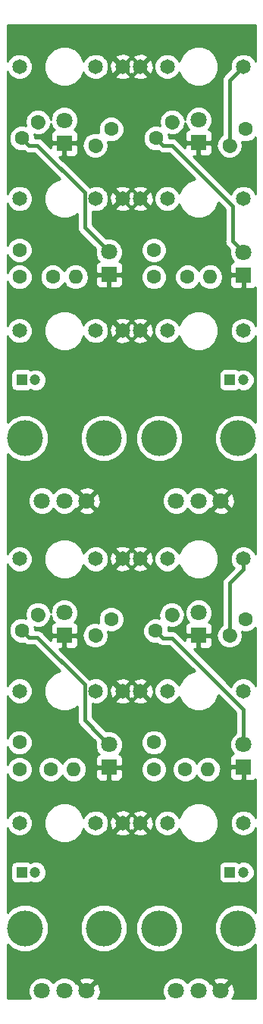
<source format=gbl>
G04 #@! TF.GenerationSoftware,KiCad,Pcbnew,(5.0.0)*
G04 #@! TF.CreationDate,2018-08-12T22:02:32+02:00*
G04 #@! TF.ProjectId,twobytwotone,74776F627974776F746F6E652E6B6963,rev?*
G04 #@! TF.SameCoordinates,Original*
G04 #@! TF.FileFunction,Copper,L2,Bot,Signal*
G04 #@! TF.FilePolarity,Positive*
%FSLAX46Y46*%
G04 Gerber Fmt 4.6, Leading zero omitted, Abs format (unit mm)*
G04 Created by KiCad (PCBNEW (5.0.0)) date 08/12/18 22:02:32*
%MOMM*%
%LPD*%
G01*
G04 APERTURE LIST*
G04 #@! TA.AperFunction,ComponentPad*
%ADD10C,1.200000*%
G04 #@! TD*
G04 #@! TA.AperFunction,ComponentPad*
%ADD11R,1.200000X1.200000*%
G04 #@! TD*
G04 #@! TA.AperFunction,ComponentPad*
%ADD12C,1.800000*%
G04 #@! TD*
G04 #@! TA.AperFunction,ComponentPad*
%ADD13R,1.800000X1.800000*%
G04 #@! TD*
G04 #@! TA.AperFunction,ComponentPad*
%ADD14C,1.600000*%
G04 #@! TD*
G04 #@! TA.AperFunction,Conductor*
%ADD15C,1.600000*%
G04 #@! TD*
G04 #@! TA.AperFunction,ComponentPad*
%ADD16O,1.600000X1.600000*%
G04 #@! TD*
G04 #@! TA.AperFunction,WasherPad*
%ADD17C,4.000000*%
G04 #@! TD*
G04 #@! TA.AperFunction,ComponentPad*
%ADD18C,1.648460*%
G04 #@! TD*
G04 #@! TA.AperFunction,Conductor*
%ADD19C,0.400000*%
G04 #@! TD*
G04 #@! TA.AperFunction,Conductor*
%ADD20C,0.254000*%
G04 #@! TD*
G04 APERTURE END LIST*
D10*
G04 #@! TO.P,C1,2*
G04 #@! TO.N,Net-(C1-Pad2)*
X3750000Y-40250000D03*
D11*
G04 #@! TO.P,C1,1*
G04 #@! TO.N,Net-(C1-Pad1)*
X2250000Y-40250000D03*
G04 #@! TD*
G04 #@! TO.P,C3,1*
G04 #@! TO.N,Net-(C3-Pad1)*
X2250000Y-95250000D03*
D10*
G04 #@! TO.P,C3,2*
G04 #@! TO.N,Net-(C3-Pad2)*
X3750000Y-95250000D03*
G04 #@! TD*
D12*
G04 #@! TO.P,D12,2*
G04 #@! TO.N,Net-(D12-Pad2)*
X12000000Y-25960000D03*
D13*
G04 #@! TO.P,D12,1*
G04 #@! TO.N,GND*
X12000000Y-28500000D03*
G04 #@! TD*
G04 #@! TO.P,D32,1*
G04 #@! TO.N,GND*
X12000000Y-83540000D03*
D12*
G04 #@! TO.P,D32,2*
G04 #@! TO.N,Net-(D32-Pad2)*
X12000000Y-81000000D03*
G04 #@! TD*
D14*
G04 #@! TO.P,R_VAC_1,1*
G04 #@! TO.N,Net-(D11-Pad2)*
X12250000Y-12250000D03*
G04 #@! TO.P,R_VAC_1,2*
G04 #@! TO.N,Net-(J_CV_1-PadP$1_TIP)*
X10453949Y-14046051D03*
D15*
G04 #@! TD*
G04 #@! TO.N,Net-(J_CV_1-PadP$1_TIP)*
G04 #@! TO.C,R_VAC_1*
X10453949Y-14046051D02*
X10453949Y-14046051D01*
D14*
G04 #@! TO.P,R_LED_1,2*
G04 #@! TO.N,Net-(J_CV_1-PadP$1_TIP)*
X4046051Y-11453949D03*
D15*
G04 #@! TD*
G04 #@! TO.N,Net-(J_CV_1-PadP$1_TIP)*
G04 #@! TO.C,R_LED_1*
X4046051Y-11453949D02*
X4046051Y-11453949D01*
D14*
G04 #@! TO.P,R_LED_1,1*
G04 #@! TO.N,Net-(D12-Pad2)*
X2250000Y-13250000D03*
G04 #@! TD*
G04 #@! TO.P,R_VAC_3,1*
G04 #@! TO.N,Net-(D31-Pad2)*
X12250000Y-67000000D03*
G04 #@! TO.P,R_VAC_3,2*
G04 #@! TO.N,Net-(J_CV_3-PadP$1_TIP)*
X10453949Y-68796051D03*
D15*
G04 #@! TD*
G04 #@! TO.N,Net-(J_CV_3-PadP$1_TIP)*
G04 #@! TO.C,R_VAC_3*
X10453949Y-68796051D02*
X10453949Y-68796051D01*
D14*
G04 #@! TO.P,R_LED_3,2*
G04 #@! TO.N,Net-(J_CV_3-PadP$1_TIP)*
X4046051Y-66453949D03*
D15*
G04 #@! TD*
G04 #@! TO.N,Net-(J_CV_3-PadP$1_TIP)*
G04 #@! TO.C,R_LED_3*
X4046051Y-66453949D02*
X4046051Y-66453949D01*
D14*
G04 #@! TO.P,R_LED_3,1*
G04 #@! TO.N,Net-(D32-Pad2)*
X2250000Y-68250000D03*
G04 #@! TD*
G04 #@! TO.P,VAC-PHOTO1,2*
G04 #@! TO.N,Net-(R_OUT_1-Pad1)*
X2000000Y-25750000D03*
G04 #@! TO.P,VAC-PHOTO1,1*
G04 #@! TO.N,Net-(C1-Pad1)*
X2000000Y-28750000D03*
G04 #@! TD*
G04 #@! TO.P,VAC-PHOTO3,1*
G04 #@! TO.N,Net-(R_OUT_3-Pad1)*
X2000000Y-83750000D03*
G04 #@! TO.P,VAC-PHOTO3,2*
G04 #@! TO.N,Net-(C3-Pad1)*
X2000000Y-80750000D03*
G04 #@! TD*
D11*
G04 #@! TO.P,C2,1*
G04 #@! TO.N,Net-(C2-Pad1)*
X25500000Y-40250000D03*
D10*
G04 #@! TO.P,C2,2*
G04 #@! TO.N,Net-(C2-Pad2)*
X27000000Y-40250000D03*
G04 #@! TD*
G04 #@! TO.P,C4,2*
G04 #@! TO.N,Net-(C4-Pad2)*
X27000000Y-95250000D03*
D11*
G04 #@! TO.P,C4,1*
G04 #@! TO.N,Net-(C4-Pad1)*
X25500000Y-95250000D03*
G04 #@! TD*
D12*
G04 #@! TO.P,D11,2*
G04 #@! TO.N,Net-(D11-Pad2)*
X7000000Y-11250000D03*
D13*
G04 #@! TO.P,D11,1*
G04 #@! TO.N,GND*
X7000000Y-13790000D03*
G04 #@! TD*
G04 #@! TO.P,D21,1*
G04 #@! TO.N,GND*
X22000000Y-13750000D03*
D12*
G04 #@! TO.P,D21,2*
G04 #@! TO.N,Net-(D21-Pad2)*
X22000000Y-11210000D03*
G04 #@! TD*
D13*
G04 #@! TO.P,D22,1*
G04 #@! TO.N,GND*
X27000000Y-28540000D03*
D12*
G04 #@! TO.P,D22,2*
G04 #@! TO.N,Net-(D22-Pad2)*
X27000000Y-26000000D03*
G04 #@! TD*
G04 #@! TO.P,D31,2*
G04 #@! TO.N,Net-(D31-Pad2)*
X7000000Y-66250000D03*
D13*
G04 #@! TO.P,D31,1*
G04 #@! TO.N,GND*
X7000000Y-68790000D03*
G04 #@! TD*
G04 #@! TO.P,D41,1*
G04 #@! TO.N,GND*
X22000000Y-68790000D03*
D12*
G04 #@! TO.P,D41,2*
G04 #@! TO.N,Net-(D41-Pad2)*
X22000000Y-66250000D03*
G04 #@! TD*
G04 #@! TO.P,D42,2*
G04 #@! TO.N,Net-(D42-Pad2)*
X27000000Y-80960000D03*
D13*
G04 #@! TO.P,D42,1*
G04 #@! TO.N,GND*
X27000000Y-83500000D03*
G04 #@! TD*
D14*
G04 #@! TO.P,R_LED_2,2*
G04 #@! TO.N,Net-(J_CV_2-PadP$1_TIP)*
X19046051Y-11453949D03*
D15*
G04 #@! TD*
G04 #@! TO.N,Net-(J_CV_2-PadP$1_TIP)*
G04 #@! TO.C,R_LED_2*
X19046051Y-11453949D02*
X19046051Y-11453949D01*
D14*
G04 #@! TO.P,R_LED_2,1*
G04 #@! TO.N,Net-(D22-Pad2)*
X17250000Y-13250000D03*
G04 #@! TD*
G04 #@! TO.P,R_LED_4,2*
G04 #@! TO.N,Net-(J_CV_4-PadP$1_TIP)*
X19000000Y-66500000D03*
D15*
G04 #@! TD*
G04 #@! TO.N,Net-(J_CV_4-PadP$1_TIP)*
G04 #@! TO.C,R_LED_4*
X19000000Y-66500000D02*
X19000000Y-66500000D01*
D14*
G04 #@! TO.P,R_LED_4,1*
G04 #@! TO.N,Net-(D42-Pad2)*
X17203949Y-68296051D03*
G04 #@! TD*
D16*
G04 #@! TO.P,R_OUT_1,2*
G04 #@! TO.N,Net-(J_OUT_1-PadP$1_TIP)*
X8250000Y-28750000D03*
D14*
G04 #@! TO.P,R_OUT_1,1*
G04 #@! TO.N,Net-(R_OUT_1-Pad1)*
X5710000Y-28750000D03*
G04 #@! TD*
G04 #@! TO.P,R_OUT_2,1*
G04 #@! TO.N,Net-(R_OUT_2-Pad1)*
X20750000Y-28750000D03*
D16*
G04 #@! TO.P,R_OUT_2,2*
G04 #@! TO.N,Net-(J_OUT_2-PadP$1_TIP)*
X23290000Y-28750000D03*
G04 #@! TD*
D14*
G04 #@! TO.P,R_OUT_3,1*
G04 #@! TO.N,Net-(R_OUT_3-Pad1)*
X5500000Y-83750000D03*
D16*
G04 #@! TO.P,R_OUT_3,2*
G04 #@! TO.N,Net-(J_OUT_3-PadP$1_TIP)*
X8040000Y-83750000D03*
G04 #@! TD*
G04 #@! TO.P,R_OUT_4,2*
G04 #@! TO.N,Net-(J_OUT_4-PadP$1_TIP)*
X23040000Y-83750000D03*
D14*
G04 #@! TO.P,R_OUT_4,1*
G04 #@! TO.N,Net-(R_OUT_4-Pad1)*
X20500000Y-83750000D03*
G04 #@! TD*
G04 #@! TO.P,R_VAC_2,1*
G04 #@! TO.N,Net-(D21-Pad2)*
X27250000Y-12250000D03*
G04 #@! TO.P,R_VAC_2,2*
G04 #@! TO.N,Net-(J_CV_2-PadP$1_TIP)*
X25453949Y-14046051D03*
D15*
G04 #@! TD*
G04 #@! TO.N,Net-(J_CV_2-PadP$1_TIP)*
G04 #@! TO.C,R_VAC_2*
X25453949Y-14046051D02*
X25453949Y-14046051D01*
D14*
G04 #@! TO.P,R_VAC_4,1*
G04 #@! TO.N,Net-(D41-Pad2)*
X27250000Y-67000000D03*
G04 #@! TO.P,R_VAC_4,2*
G04 #@! TO.N,Net-(J_CV_4-PadP$1_TIP)*
X25453949Y-68796051D03*
D15*
G04 #@! TD*
G04 #@! TO.N,Net-(J_CV_4-PadP$1_TIP)*
G04 #@! TO.C,R_VAC_4*
X25453949Y-68796051D02*
X25453949Y-68796051D01*
D17*
G04 #@! TO.P,RV1,0*
G04 #@! TO.N,*
X11400000Y-46750000D03*
X2600000Y-46750000D03*
D12*
G04 #@! TO.P,RV1,1*
G04 #@! TO.N,GND*
X9500000Y-53750000D03*
G04 #@! TO.P,RV1,2*
G04 #@! TO.N,Net-(C1-Pad2)*
X7000000Y-53750000D03*
G04 #@! TO.P,RV1,3*
G04 #@! TO.N,N/C*
X4500000Y-53750000D03*
G04 #@! TD*
G04 #@! TO.P,RV2,3*
G04 #@! TO.N,N/C*
X19500000Y-53750000D03*
G04 #@! TO.P,RV2,2*
G04 #@! TO.N,Net-(C2-Pad2)*
X22000000Y-53750000D03*
G04 #@! TO.P,RV2,1*
G04 #@! TO.N,GND*
X24500000Y-53750000D03*
D17*
G04 #@! TO.P,RV2,0*
G04 #@! TO.N,*
X17600000Y-46750000D03*
X26400000Y-46750000D03*
G04 #@! TD*
G04 #@! TO.P,RV3,0*
G04 #@! TO.N,*
X11400000Y-101500000D03*
X2600000Y-101500000D03*
D12*
G04 #@! TO.P,RV3,1*
G04 #@! TO.N,GND*
X9500000Y-108500000D03*
G04 #@! TO.P,RV3,2*
G04 #@! TO.N,Net-(C3-Pad2)*
X7000000Y-108500000D03*
G04 #@! TO.P,RV3,3*
G04 #@! TO.N,N/C*
X4500000Y-108500000D03*
G04 #@! TD*
G04 #@! TO.P,RV4,3*
G04 #@! TO.N,N/C*
X19500000Y-108500000D03*
G04 #@! TO.P,RV4,2*
G04 #@! TO.N,Net-(C4-Pad2)*
X22000000Y-108500000D03*
G04 #@! TO.P,RV4,1*
G04 #@! TO.N,GND*
X24500000Y-108500000D03*
D17*
G04 #@! TO.P,RV4,0*
G04 #@! TO.N,*
X17600000Y-101500000D03*
X26400000Y-101500000D03*
G04 #@! TD*
D14*
G04 #@! TO.P,VAC-PHOTO2,1*
G04 #@! TO.N,Net-(R_OUT_2-Pad1)*
X17000000Y-28750000D03*
G04 #@! TO.P,VAC-PHOTO2,2*
G04 #@! TO.N,Net-(C2-Pad1)*
X17000000Y-25750000D03*
G04 #@! TD*
G04 #@! TO.P,VAC-PHOTO4,2*
G04 #@! TO.N,Net-(C4-Pad1)*
X17000000Y-80750000D03*
G04 #@! TO.P,VAC-PHOTO4,1*
G04 #@! TO.N,Net-(R_OUT_4-Pad1)*
X17000000Y-83750000D03*
G04 #@! TD*
D18*
G04 #@! TO.P,J_CV_1,P$3_SLEEVE*
G04 #@! TO.N,GND*
X13499860Y-5250000D03*
G04 #@! TO.P,J_CV_1,P$2_SWITCH*
G04 #@! TO.N,N/C*
X10497580Y-5250000D03*
G04 #@! TO.P,J_CV_1,P$1_TIP*
G04 #@! TO.N,Net-(J_CV_1-PadP$1_TIP)*
X2001280Y-5250000D03*
G04 #@! TD*
G04 #@! TO.P,J_CV_2,P$3_SLEEVE*
G04 #@! TO.N,GND*
X15500140Y-5250000D03*
G04 #@! TO.P,J_CV_2,P$2_SWITCH*
G04 #@! TO.N,Net-(J_CV_1-PadP$1_TIP)*
X18502420Y-5250000D03*
G04 #@! TO.P,J_CV_2,P$1_TIP*
G04 #@! TO.N,Net-(J_CV_2-PadP$1_TIP)*
X26998720Y-5250000D03*
G04 #@! TD*
G04 #@! TO.P,J_CV_3,P$3_SLEEVE*
G04 #@! TO.N,GND*
X13499860Y-60250000D03*
G04 #@! TO.P,J_CV_3,P$2_SWITCH*
G04 #@! TO.N,N/C*
X10497580Y-60250000D03*
G04 #@! TO.P,J_CV_3,P$1_TIP*
G04 #@! TO.N,Net-(J_CV_3-PadP$1_TIP)*
X2001280Y-60250000D03*
G04 #@! TD*
G04 #@! TO.P,J_CV_4,P$1_TIP*
G04 #@! TO.N,Net-(J_CV_4-PadP$1_TIP)*
X26998720Y-60250000D03*
G04 #@! TO.P,J_CV_4,P$2_SWITCH*
G04 #@! TO.N,Net-(J_CV_3-PadP$1_TIP)*
X18502420Y-60250000D03*
G04 #@! TO.P,J_CV_4,P$3_SLEEVE*
G04 #@! TO.N,GND*
X15500140Y-60250000D03*
G04 #@! TD*
G04 #@! TO.P,J_IN_1,P$1_TIP*
G04 #@! TO.N,Net-(C1-Pad1)*
X2001280Y-20000000D03*
G04 #@! TO.P,J_IN_1,P$2_SWITCH*
G04 #@! TO.N,N/C*
X10497580Y-20000000D03*
G04 #@! TO.P,J_IN_1,P$3_SLEEVE*
G04 #@! TO.N,GND*
X13499860Y-20000000D03*
G04 #@! TD*
G04 #@! TO.P,J_IN_2,P$3_SLEEVE*
G04 #@! TO.N,GND*
X15500140Y-20000000D03*
G04 #@! TO.P,J_IN_2,P$2_SWITCH*
G04 #@! TO.N,Net-(J_IN_2-PadP$2_SWITCH)*
X18502420Y-20000000D03*
G04 #@! TO.P,J_IN_2,P$1_TIP*
G04 #@! TO.N,Net-(C2-Pad1)*
X26998720Y-20000000D03*
G04 #@! TD*
G04 #@! TO.P,J_IN_3,P$1_TIP*
G04 #@! TO.N,Net-(C3-Pad1)*
X2001280Y-75000000D03*
G04 #@! TO.P,J_IN_3,P$2_SWITCH*
G04 #@! TO.N,N/C*
X10497580Y-75000000D03*
G04 #@! TO.P,J_IN_3,P$3_SLEEVE*
G04 #@! TO.N,GND*
X13499860Y-75000000D03*
G04 #@! TD*
G04 #@! TO.P,J_IN_4,P$1_TIP*
G04 #@! TO.N,Net-(C4-Pad1)*
X26998720Y-75000000D03*
G04 #@! TO.P,J_IN_4,P$2_SWITCH*
G04 #@! TO.N,Net-(J_IN_4-PadP$2_SWITCH)*
X18502420Y-75000000D03*
G04 #@! TO.P,J_IN_4,P$3_SLEEVE*
G04 #@! TO.N,GND*
X15500140Y-75000000D03*
G04 #@! TD*
G04 #@! TO.P,J_OUT_1,P$1_TIP*
G04 #@! TO.N,Net-(J_OUT_1-PadP$1_TIP)*
X2001280Y-34750000D03*
G04 #@! TO.P,J_OUT_1,P$2_SWITCH*
G04 #@! TO.N,Net-(J_IN_2-PadP$2_SWITCH)*
X10497580Y-34750000D03*
G04 #@! TO.P,J_OUT_1,P$3_SLEEVE*
G04 #@! TO.N,GND*
X13499860Y-34750000D03*
G04 #@! TD*
G04 #@! TO.P,J_OUT_2,P$1_TIP*
G04 #@! TO.N,Net-(J_OUT_2-PadP$1_TIP)*
X26998720Y-34750000D03*
G04 #@! TO.P,J_OUT_2,P$2_SWITCH*
G04 #@! TO.N,N/C*
X18502420Y-34750000D03*
G04 #@! TO.P,J_OUT_2,P$3_SLEEVE*
G04 #@! TO.N,GND*
X15500140Y-34750000D03*
G04 #@! TD*
G04 #@! TO.P,J_OUT_3,P$3_SLEEVE*
G04 #@! TO.N,GND*
X13499860Y-89750000D03*
G04 #@! TO.P,J_OUT_3,P$2_SWITCH*
G04 #@! TO.N,Net-(J_IN_4-PadP$2_SWITCH)*
X10497580Y-89750000D03*
G04 #@! TO.P,J_OUT_3,P$1_TIP*
G04 #@! TO.N,Net-(J_OUT_3-PadP$1_TIP)*
X2001280Y-89750000D03*
G04 #@! TD*
G04 #@! TO.P,J_OUT_4,P$3_SLEEVE*
G04 #@! TO.N,GND*
X15500140Y-89750000D03*
G04 #@! TO.P,J_OUT_4,P$2_SWITCH*
G04 #@! TO.N,N/C*
X18502420Y-89750000D03*
G04 #@! TO.P,J_OUT_4,P$1_TIP*
G04 #@! TO.N,Net-(J_OUT_4-PadP$1_TIP)*
X26998720Y-89750000D03*
G04 #@! TD*
D19*
G04 #@! TO.N,Net-(D12-Pad2)*
X3049999Y-14049999D02*
X2250000Y-13250000D01*
X4010001Y-14049999D02*
X3049999Y-14049999D01*
X9273349Y-19313347D02*
X4010001Y-14049999D01*
X9273349Y-23233349D02*
X9273349Y-19313347D01*
X12000000Y-25960000D02*
X9273349Y-23233349D01*
G04 #@! TO.N,Net-(D22-Pad2)*
X18049999Y-14049999D02*
X17250000Y-13250000D01*
X19010001Y-14049999D02*
X18049999Y-14049999D01*
X25774489Y-20814487D02*
X19010001Y-14049999D01*
X25774489Y-24774489D02*
X25774489Y-20814487D01*
X27000000Y-26000000D02*
X25774489Y-24774489D01*
G04 #@! TO.N,Net-(D32-Pad2)*
X11100001Y-80100001D02*
X12000000Y-81000000D01*
X9273349Y-78273349D02*
X11100001Y-80100001D01*
X9273349Y-74313348D02*
X9273349Y-78273349D01*
X4010001Y-69049999D02*
X9273349Y-74313348D01*
X3049999Y-69049999D02*
X4010001Y-69049999D01*
X2250000Y-68250000D02*
X3049999Y-69049999D01*
G04 #@! TO.N,Net-(D42-Pad2)*
X27000000Y-79687208D02*
X27000000Y-80960000D01*
X27000000Y-77039998D02*
X27000000Y-79687208D01*
X19056052Y-69096050D02*
X27000000Y-77039998D01*
X18003948Y-69096050D02*
X19056052Y-69096050D01*
X17203949Y-68296051D02*
X18003948Y-69096050D01*
G04 #@! TO.N,Net-(J_CV_2-PadP$1_TIP)*
X25453949Y-6794771D02*
X26998720Y-5250000D01*
X25453949Y-14046051D02*
X25453949Y-6794771D01*
G04 #@! TO.N,Net-(J_CV_4-PadP$1_TIP)*
X25453949Y-67664681D02*
X25453949Y-68796051D01*
X25453949Y-62960408D02*
X25453949Y-67664681D01*
X26998720Y-61415637D02*
X25453949Y-62960408D01*
X26998720Y-60250000D02*
X26998720Y-61415637D01*
G04 #@! TD*
D20*
G04 #@! TO.N,GND*
G36*
X28352500Y-4705163D02*
X28235795Y-4423413D01*
X27825307Y-4012925D01*
X27288979Y-3790770D01*
X26708461Y-3790770D01*
X26172133Y-4012925D01*
X25761645Y-4423413D01*
X25539490Y-4959741D01*
X25539490Y-5528363D01*
X24921667Y-6146186D01*
X24851949Y-6192770D01*
X24805365Y-6262488D01*
X24667397Y-6468971D01*
X24602592Y-6794771D01*
X24618950Y-6877009D01*
X24618949Y-12878121D01*
X24419372Y-13011474D01*
X24102209Y-13486142D01*
X23990836Y-14046051D01*
X24102209Y-14605960D01*
X24419372Y-15080628D01*
X24894040Y-15397791D01*
X25312616Y-15481051D01*
X25595282Y-15481051D01*
X26013858Y-15397791D01*
X26488526Y-15080628D01*
X26805689Y-14605960D01*
X26917062Y-14046051D01*
X26834531Y-13631140D01*
X26964561Y-13685000D01*
X27535439Y-13685000D01*
X28062862Y-13466534D01*
X28352500Y-13176896D01*
X28352500Y-19455163D01*
X28235795Y-19173413D01*
X27825307Y-18762925D01*
X27288979Y-18540770D01*
X26708461Y-18540770D01*
X26172133Y-18762925D01*
X25761645Y-19173413D01*
X25630615Y-19489746D01*
X21425869Y-15285000D01*
X21714250Y-15285000D01*
X21873000Y-15126250D01*
X21873000Y-13877000D01*
X22127000Y-13877000D01*
X22127000Y-15126250D01*
X22285750Y-15285000D01*
X23026310Y-15285000D01*
X23259699Y-15188327D01*
X23438327Y-15009698D01*
X23535000Y-14776309D01*
X23535000Y-14035750D01*
X23376250Y-13877000D01*
X22127000Y-13877000D01*
X21873000Y-13877000D01*
X20623750Y-13877000D01*
X20465000Y-14035750D01*
X20465000Y-14324131D01*
X19658588Y-13517719D01*
X19612002Y-13447998D01*
X19335802Y-13263447D01*
X19092238Y-13214999D01*
X19092234Y-13214999D01*
X19010001Y-13198642D01*
X18927768Y-13214999D01*
X18685000Y-13214999D01*
X18685000Y-12964561D01*
X18631140Y-12834531D01*
X18904718Y-12888949D01*
X19187384Y-12888949D01*
X19605960Y-12805689D01*
X20080628Y-12488526D01*
X20397791Y-12013858D01*
X20486588Y-11567447D01*
X20698690Y-12079507D01*
X20875044Y-12255861D01*
X20740301Y-12311673D01*
X20561673Y-12490302D01*
X20465000Y-12723691D01*
X20465000Y-13464250D01*
X20623750Y-13623000D01*
X21873000Y-13623000D01*
X21873000Y-13603000D01*
X22127000Y-13603000D01*
X22127000Y-13623000D01*
X23376250Y-13623000D01*
X23535000Y-13464250D01*
X23535000Y-12723691D01*
X23438327Y-12490302D01*
X23259699Y-12311673D01*
X23124956Y-12255861D01*
X23301310Y-12079507D01*
X23535000Y-11515330D01*
X23535000Y-10904670D01*
X23301310Y-10340493D01*
X22869507Y-9908690D01*
X22305330Y-9675000D01*
X21694670Y-9675000D01*
X21130493Y-9908690D01*
X20698690Y-10340493D01*
X20465000Y-10904670D01*
X20465000Y-11231922D01*
X20397791Y-10894040D01*
X20080628Y-10419372D01*
X19605960Y-10102209D01*
X19187384Y-10018949D01*
X18904718Y-10018949D01*
X18486142Y-10102209D01*
X18011474Y-10419372D01*
X17694311Y-10894040D01*
X17582938Y-11453949D01*
X17665469Y-11868860D01*
X17535439Y-11815000D01*
X16964561Y-11815000D01*
X16437138Y-12033466D01*
X16033466Y-12437138D01*
X15815000Y-12964561D01*
X15815000Y-13535439D01*
X16033466Y-14062862D01*
X16437138Y-14466534D01*
X16964561Y-14685000D01*
X17497386Y-14685000D01*
X17517713Y-14698582D01*
X17517714Y-14698583D01*
X17693904Y-14816309D01*
X17724198Y-14836551D01*
X17967762Y-14884999D01*
X17967765Y-14884999D01*
X18049998Y-14901356D01*
X18132231Y-14884999D01*
X18664134Y-14884999D01*
X21547443Y-17768309D01*
X20733974Y-18105259D01*
X20105259Y-18733974D01*
X19831366Y-19395209D01*
X19739495Y-19173413D01*
X19329007Y-18762925D01*
X18792679Y-18540770D01*
X18212161Y-18540770D01*
X17675833Y-18762925D01*
X17265345Y-19173413D01*
X17043190Y-19709741D01*
X17043190Y-20290259D01*
X17265345Y-20826587D01*
X17675833Y-21237075D01*
X18212161Y-21459230D01*
X18792679Y-21459230D01*
X19329007Y-21237075D01*
X19739495Y-20826587D01*
X19831366Y-20604791D01*
X20105259Y-21266026D01*
X20733974Y-21894741D01*
X21555431Y-22235000D01*
X22444569Y-22235000D01*
X23266026Y-21894741D01*
X23894741Y-21266026D01*
X24231691Y-20452557D01*
X24939490Y-21160356D01*
X24939489Y-24692256D01*
X24923132Y-24774489D01*
X24939489Y-24856722D01*
X24939489Y-24856725D01*
X24987937Y-25100289D01*
X25172488Y-25376490D01*
X25242209Y-25423076D01*
X25479294Y-25660161D01*
X25465000Y-25694670D01*
X25465000Y-26305330D01*
X25698690Y-26869507D01*
X25875044Y-27045861D01*
X25740301Y-27101673D01*
X25561673Y-27280302D01*
X25465000Y-27513691D01*
X25465000Y-28254250D01*
X25623750Y-28413000D01*
X26873000Y-28413000D01*
X26873000Y-28393000D01*
X27127000Y-28393000D01*
X27127000Y-28413000D01*
X27147000Y-28413000D01*
X27147000Y-28667000D01*
X27127000Y-28667000D01*
X27127000Y-29916250D01*
X27285750Y-30075000D01*
X28026310Y-30075000D01*
X28259699Y-29978327D01*
X28352500Y-29885525D01*
X28352500Y-34205163D01*
X28235795Y-33923413D01*
X27825307Y-33512925D01*
X27288979Y-33290770D01*
X26708461Y-33290770D01*
X26172133Y-33512925D01*
X25761645Y-33923413D01*
X25539490Y-34459741D01*
X25539490Y-35040259D01*
X25761645Y-35576587D01*
X26172133Y-35987075D01*
X26708461Y-36209230D01*
X27288979Y-36209230D01*
X27825307Y-35987075D01*
X28235795Y-35576587D01*
X28352500Y-35294837D01*
X28352500Y-44976047D01*
X27892608Y-44516155D01*
X26924134Y-44115000D01*
X25875866Y-44115000D01*
X24907392Y-44516155D01*
X24166155Y-45257392D01*
X23765000Y-46225866D01*
X23765000Y-47274134D01*
X24166155Y-48242608D01*
X24907392Y-48983845D01*
X25875866Y-49385000D01*
X26924134Y-49385000D01*
X27892608Y-48983845D01*
X28352500Y-48523953D01*
X28352501Y-59705163D01*
X28235795Y-59423413D01*
X27825307Y-59012925D01*
X27288979Y-58790770D01*
X26708461Y-58790770D01*
X26172133Y-59012925D01*
X25761645Y-59423413D01*
X25539490Y-59959741D01*
X25539490Y-60540259D01*
X25761645Y-61076587D01*
X25959274Y-61274216D01*
X24921669Y-62311821D01*
X24851948Y-62358407D01*
X24667397Y-62634608D01*
X24618949Y-62878172D01*
X24618949Y-62878175D01*
X24602592Y-62960408D01*
X24618949Y-63042641D01*
X24618950Y-67582440D01*
X24618949Y-67582445D01*
X24618949Y-67628121D01*
X24419372Y-67761474D01*
X24102209Y-68236142D01*
X23990836Y-68796051D01*
X24102209Y-69355960D01*
X24419372Y-69830628D01*
X24894040Y-70147791D01*
X25312616Y-70231051D01*
X25595282Y-70231051D01*
X26013858Y-70147791D01*
X26488526Y-69830628D01*
X26805689Y-69355960D01*
X26917062Y-68796051D01*
X26834531Y-68381140D01*
X26964561Y-68435000D01*
X27535439Y-68435000D01*
X28062862Y-68216534D01*
X28352501Y-67926895D01*
X28352501Y-74455165D01*
X28235795Y-74173413D01*
X27825307Y-73762925D01*
X27288979Y-73540770D01*
X26708461Y-73540770D01*
X26172133Y-73762925D01*
X25761645Y-74173413D01*
X25630615Y-74489746D01*
X21465869Y-70325000D01*
X21714250Y-70325000D01*
X21873000Y-70166250D01*
X21873000Y-68917000D01*
X22127000Y-68917000D01*
X22127000Y-70166250D01*
X22285750Y-70325000D01*
X23026310Y-70325000D01*
X23259699Y-70228327D01*
X23438327Y-70049698D01*
X23535000Y-69816309D01*
X23535000Y-69075750D01*
X23376250Y-68917000D01*
X22127000Y-68917000D01*
X21873000Y-68917000D01*
X20623750Y-68917000D01*
X20465000Y-69075750D01*
X20465000Y-69324131D01*
X19704639Y-68563770D01*
X19658053Y-68494049D01*
X19381853Y-68309498D01*
X19138289Y-68261050D01*
X19138285Y-68261050D01*
X19056052Y-68244693D01*
X18973819Y-68261050D01*
X18638949Y-68261050D01*
X18638949Y-68010612D01*
X18585089Y-67880582D01*
X18858667Y-67935000D01*
X19141333Y-67935000D01*
X19559909Y-67851740D01*
X20034577Y-67534577D01*
X20351740Y-67059909D01*
X20463113Y-66500000D01*
X20352651Y-65944670D01*
X20465000Y-65944670D01*
X20465000Y-66555330D01*
X20698690Y-67119507D01*
X20875044Y-67295861D01*
X20740301Y-67351673D01*
X20561673Y-67530302D01*
X20465000Y-67763691D01*
X20465000Y-68504250D01*
X20623750Y-68663000D01*
X21873000Y-68663000D01*
X21873000Y-68643000D01*
X22127000Y-68643000D01*
X22127000Y-68663000D01*
X23376250Y-68663000D01*
X23535000Y-68504250D01*
X23535000Y-67763691D01*
X23438327Y-67530302D01*
X23259699Y-67351673D01*
X23124956Y-67295861D01*
X23301310Y-67119507D01*
X23535000Y-66555330D01*
X23535000Y-65944670D01*
X23301310Y-65380493D01*
X22869507Y-64948690D01*
X22305330Y-64715000D01*
X21694670Y-64715000D01*
X21130493Y-64948690D01*
X20698690Y-65380493D01*
X20465000Y-65944670D01*
X20352651Y-65944670D01*
X20351740Y-65940091D01*
X20034577Y-65465423D01*
X19559909Y-65148260D01*
X19141333Y-65065000D01*
X18858667Y-65065000D01*
X18440091Y-65148260D01*
X17965423Y-65465423D01*
X17648260Y-65940091D01*
X17536887Y-66500000D01*
X17619418Y-66914911D01*
X17489388Y-66861051D01*
X16918510Y-66861051D01*
X16391087Y-67079517D01*
X15987415Y-67483189D01*
X15768949Y-68010612D01*
X15768949Y-68581490D01*
X15987415Y-69108913D01*
X16391087Y-69512585D01*
X16918510Y-69731051D01*
X17451335Y-69731051D01*
X17471662Y-69744633D01*
X17471663Y-69744634D01*
X17600362Y-69830628D01*
X17678147Y-69882602D01*
X17921711Y-69931050D01*
X17921714Y-69931050D01*
X18003947Y-69947407D01*
X18086180Y-69931050D01*
X18710185Y-69931050D01*
X21547443Y-72768309D01*
X20733974Y-73105259D01*
X20105259Y-73733974D01*
X19831366Y-74395209D01*
X19739495Y-74173413D01*
X19329007Y-73762925D01*
X18792679Y-73540770D01*
X18212161Y-73540770D01*
X17675833Y-73762925D01*
X17265345Y-74173413D01*
X17043190Y-74709741D01*
X17043190Y-75290259D01*
X17265345Y-75826587D01*
X17675833Y-76237075D01*
X18212161Y-76459230D01*
X18792679Y-76459230D01*
X19329007Y-76237075D01*
X19739495Y-75826587D01*
X19831366Y-75604791D01*
X20105259Y-76266026D01*
X20733974Y-76894741D01*
X21555431Y-77235000D01*
X22444569Y-77235000D01*
X23266026Y-76894741D01*
X23894741Y-76266026D01*
X24231691Y-75452557D01*
X26165000Y-77385866D01*
X26165001Y-79604967D01*
X26165000Y-79604972D01*
X26165000Y-79644397D01*
X26130493Y-79658690D01*
X25698690Y-80090493D01*
X25465000Y-80654670D01*
X25465000Y-81265330D01*
X25698690Y-81829507D01*
X25875044Y-82005861D01*
X25740301Y-82061673D01*
X25561673Y-82240302D01*
X25465000Y-82473691D01*
X25465000Y-83214250D01*
X25623750Y-83373000D01*
X26873000Y-83373000D01*
X26873000Y-83353000D01*
X27127000Y-83353000D01*
X27127000Y-83373000D01*
X27147000Y-83373000D01*
X27147000Y-83627000D01*
X27127000Y-83627000D01*
X27127000Y-84876250D01*
X27285750Y-85035000D01*
X28026310Y-85035000D01*
X28259699Y-84938327D01*
X28352501Y-84845525D01*
X28352501Y-89205165D01*
X28235795Y-88923413D01*
X27825307Y-88512925D01*
X27288979Y-88290770D01*
X26708461Y-88290770D01*
X26172133Y-88512925D01*
X25761645Y-88923413D01*
X25539490Y-89459741D01*
X25539490Y-90040259D01*
X25761645Y-90576587D01*
X26172133Y-90987075D01*
X26708461Y-91209230D01*
X27288979Y-91209230D01*
X27825307Y-90987075D01*
X28235795Y-90576587D01*
X28352501Y-90294835D01*
X28352501Y-99726048D01*
X27892608Y-99266155D01*
X26924134Y-98865000D01*
X25875866Y-98865000D01*
X24907392Y-99266155D01*
X24166155Y-100007392D01*
X23765000Y-100975866D01*
X23765000Y-102024134D01*
X24166155Y-102992608D01*
X24907392Y-103733845D01*
X25875866Y-104135000D01*
X26924134Y-104135000D01*
X27892608Y-103733845D01*
X28352501Y-103273952D01*
X28352501Y-109352500D01*
X25722801Y-109352500D01*
X25836643Y-109314148D01*
X26046458Y-108740664D01*
X26020839Y-108130540D01*
X25836643Y-107685852D01*
X25580159Y-107599446D01*
X24679605Y-108500000D01*
X24693748Y-108514143D01*
X24514143Y-108693748D01*
X24500000Y-108679605D01*
X24485858Y-108693748D01*
X24306253Y-108514143D01*
X24320395Y-108500000D01*
X23419841Y-107599446D01*
X23304539Y-107638290D01*
X23301310Y-107630493D01*
X23090658Y-107419841D01*
X23599446Y-107419841D01*
X24500000Y-108320395D01*
X25400554Y-107419841D01*
X25314148Y-107163357D01*
X24740664Y-106953542D01*
X24130540Y-106979161D01*
X23685852Y-107163357D01*
X23599446Y-107419841D01*
X23090658Y-107419841D01*
X22869507Y-107198690D01*
X22305330Y-106965000D01*
X21694670Y-106965000D01*
X21130493Y-107198690D01*
X20750000Y-107579183D01*
X20369507Y-107198690D01*
X19805330Y-106965000D01*
X19194670Y-106965000D01*
X18630493Y-107198690D01*
X18198690Y-107630493D01*
X17965000Y-108194670D01*
X17965000Y-108805330D01*
X18191645Y-109352500D01*
X10722801Y-109352500D01*
X10836643Y-109314148D01*
X11046458Y-108740664D01*
X11020839Y-108130540D01*
X10836643Y-107685852D01*
X10580159Y-107599446D01*
X9679605Y-108500000D01*
X9693748Y-108514143D01*
X9514143Y-108693748D01*
X9500000Y-108679605D01*
X9485858Y-108693748D01*
X9306253Y-108514143D01*
X9320395Y-108500000D01*
X8419841Y-107599446D01*
X8304539Y-107638290D01*
X8301310Y-107630493D01*
X8090658Y-107419841D01*
X8599446Y-107419841D01*
X9500000Y-108320395D01*
X10400554Y-107419841D01*
X10314148Y-107163357D01*
X9740664Y-106953542D01*
X9130540Y-106979161D01*
X8685852Y-107163357D01*
X8599446Y-107419841D01*
X8090658Y-107419841D01*
X7869507Y-107198690D01*
X7305330Y-106965000D01*
X6694670Y-106965000D01*
X6130493Y-107198690D01*
X5750000Y-107579183D01*
X5369507Y-107198690D01*
X4805330Y-106965000D01*
X4194670Y-106965000D01*
X3630493Y-107198690D01*
X3198690Y-107630493D01*
X2965000Y-108194670D01*
X2965000Y-108805330D01*
X3191645Y-109352500D01*
X647500Y-109352500D01*
X647500Y-103273953D01*
X1107392Y-103733845D01*
X2075866Y-104135000D01*
X3124134Y-104135000D01*
X4092608Y-103733845D01*
X4833845Y-102992608D01*
X5235000Y-102024134D01*
X5235000Y-100975866D01*
X8765000Y-100975866D01*
X8765000Y-102024134D01*
X9166155Y-102992608D01*
X9907392Y-103733845D01*
X10875866Y-104135000D01*
X11924134Y-104135000D01*
X12892608Y-103733845D01*
X13633845Y-102992608D01*
X14035000Y-102024134D01*
X14035000Y-100975866D01*
X14965000Y-100975866D01*
X14965000Y-102024134D01*
X15366155Y-102992608D01*
X16107392Y-103733845D01*
X17075866Y-104135000D01*
X18124134Y-104135000D01*
X19092608Y-103733845D01*
X19833845Y-102992608D01*
X20235000Y-102024134D01*
X20235000Y-100975866D01*
X19833845Y-100007392D01*
X19092608Y-99266155D01*
X18124134Y-98865000D01*
X17075866Y-98865000D01*
X16107392Y-99266155D01*
X15366155Y-100007392D01*
X14965000Y-100975866D01*
X14035000Y-100975866D01*
X13633845Y-100007392D01*
X12892608Y-99266155D01*
X11924134Y-98865000D01*
X10875866Y-98865000D01*
X9907392Y-99266155D01*
X9166155Y-100007392D01*
X8765000Y-100975866D01*
X5235000Y-100975866D01*
X4833845Y-100007392D01*
X4092608Y-99266155D01*
X3124134Y-98865000D01*
X2075866Y-98865000D01*
X1107392Y-99266155D01*
X647500Y-99726047D01*
X647500Y-94650000D01*
X1002560Y-94650000D01*
X1002560Y-95850000D01*
X1051843Y-96097765D01*
X1192191Y-96307809D01*
X1402235Y-96448157D01*
X1650000Y-96497440D01*
X2850000Y-96497440D01*
X3097765Y-96448157D01*
X3219317Y-96366938D01*
X3504343Y-96485000D01*
X3995657Y-96485000D01*
X4449571Y-96296982D01*
X4796982Y-95949571D01*
X4985000Y-95495657D01*
X4985000Y-95004343D01*
X4838226Y-94650000D01*
X24252560Y-94650000D01*
X24252560Y-95850000D01*
X24301843Y-96097765D01*
X24442191Y-96307809D01*
X24652235Y-96448157D01*
X24900000Y-96497440D01*
X26100000Y-96497440D01*
X26347765Y-96448157D01*
X26469317Y-96366938D01*
X26754343Y-96485000D01*
X27245657Y-96485000D01*
X27699571Y-96296982D01*
X28046982Y-95949571D01*
X28235000Y-95495657D01*
X28235000Y-95004343D01*
X28046982Y-94550429D01*
X27699571Y-94203018D01*
X27245657Y-94015000D01*
X26754343Y-94015000D01*
X26469317Y-94133062D01*
X26347765Y-94051843D01*
X26100000Y-94002560D01*
X24900000Y-94002560D01*
X24652235Y-94051843D01*
X24442191Y-94192191D01*
X24301843Y-94402235D01*
X24252560Y-94650000D01*
X4838226Y-94650000D01*
X4796982Y-94550429D01*
X4449571Y-94203018D01*
X3995657Y-94015000D01*
X3504343Y-94015000D01*
X3219317Y-94133062D01*
X3097765Y-94051843D01*
X2850000Y-94002560D01*
X1650000Y-94002560D01*
X1402235Y-94051843D01*
X1192191Y-94192191D01*
X1051843Y-94402235D01*
X1002560Y-94650000D01*
X647500Y-94650000D01*
X647500Y-90294837D01*
X764205Y-90576587D01*
X1174693Y-90987075D01*
X1711021Y-91209230D01*
X2291539Y-91209230D01*
X2827867Y-90987075D01*
X3238355Y-90576587D01*
X3460510Y-90040259D01*
X3460510Y-89459741D01*
X3396593Y-89305431D01*
X4765000Y-89305431D01*
X4765000Y-90194569D01*
X5105259Y-91016026D01*
X5733974Y-91644741D01*
X6555431Y-91985000D01*
X7444569Y-91985000D01*
X8266026Y-91644741D01*
X8894741Y-91016026D01*
X9168634Y-90354791D01*
X9260505Y-90576587D01*
X9670993Y-90987075D01*
X10207321Y-91209230D01*
X10787839Y-91209230D01*
X11324167Y-90987075D01*
X11535947Y-90775295D01*
X12654170Y-90775295D01*
X12731279Y-91023926D01*
X13277295Y-91221077D01*
X13857194Y-91194270D01*
X14268441Y-91023926D01*
X14345550Y-90775295D01*
X14654450Y-90775295D01*
X14731559Y-91023926D01*
X15277575Y-91221077D01*
X15857474Y-91194270D01*
X16268721Y-91023926D01*
X16345830Y-90775295D01*
X15500140Y-89929605D01*
X14654450Y-90775295D01*
X14345550Y-90775295D01*
X13499860Y-89929605D01*
X12654170Y-90775295D01*
X11535947Y-90775295D01*
X11734655Y-90576587D01*
X11956810Y-90040259D01*
X11956810Y-89527435D01*
X12028783Y-89527435D01*
X12055590Y-90107334D01*
X12225934Y-90518581D01*
X12474565Y-90595690D01*
X13320255Y-89750000D01*
X13679465Y-89750000D01*
X14069355Y-90139890D01*
X14226214Y-90518581D01*
X14474845Y-90595690D01*
X14500000Y-90570535D01*
X14525155Y-90595690D01*
X14773786Y-90518581D01*
X14899148Y-90171387D01*
X15320535Y-89750000D01*
X15679745Y-89750000D01*
X16525435Y-90595690D01*
X16774066Y-90518581D01*
X16971217Y-89972565D01*
X16947511Y-89459741D01*
X17043190Y-89459741D01*
X17043190Y-90040259D01*
X17265345Y-90576587D01*
X17675833Y-90987075D01*
X18212161Y-91209230D01*
X18792679Y-91209230D01*
X19329007Y-90987075D01*
X19739495Y-90576587D01*
X19831366Y-90354791D01*
X20105259Y-91016026D01*
X20733974Y-91644741D01*
X21555431Y-91985000D01*
X22444569Y-91985000D01*
X23266026Y-91644741D01*
X23894741Y-91016026D01*
X24235000Y-90194569D01*
X24235000Y-89305431D01*
X23894741Y-88483974D01*
X23266026Y-87855259D01*
X22444569Y-87515000D01*
X21555431Y-87515000D01*
X20733974Y-87855259D01*
X20105259Y-88483974D01*
X19831366Y-89145209D01*
X19739495Y-88923413D01*
X19329007Y-88512925D01*
X18792679Y-88290770D01*
X18212161Y-88290770D01*
X17675833Y-88512925D01*
X17265345Y-88923413D01*
X17043190Y-89459741D01*
X16947511Y-89459741D01*
X16944410Y-89392666D01*
X16774066Y-88981419D01*
X16525435Y-88904310D01*
X15679745Y-89750000D01*
X15320535Y-89750000D01*
X14930645Y-89360110D01*
X14773786Y-88981419D01*
X14525155Y-88904310D01*
X14500000Y-88929465D01*
X14474845Y-88904310D01*
X14226214Y-88981419D01*
X14100852Y-89328613D01*
X13679465Y-89750000D01*
X13320255Y-89750000D01*
X12474565Y-88904310D01*
X12225934Y-88981419D01*
X12028783Y-89527435D01*
X11956810Y-89527435D01*
X11956810Y-89459741D01*
X11734655Y-88923413D01*
X11535947Y-88724705D01*
X12654170Y-88724705D01*
X13499860Y-89570395D01*
X14345550Y-88724705D01*
X14654450Y-88724705D01*
X15500140Y-89570395D01*
X16345830Y-88724705D01*
X16268721Y-88476074D01*
X15722705Y-88278923D01*
X15142806Y-88305730D01*
X14731559Y-88476074D01*
X14654450Y-88724705D01*
X14345550Y-88724705D01*
X14268441Y-88476074D01*
X13722425Y-88278923D01*
X13142526Y-88305730D01*
X12731279Y-88476074D01*
X12654170Y-88724705D01*
X11535947Y-88724705D01*
X11324167Y-88512925D01*
X10787839Y-88290770D01*
X10207321Y-88290770D01*
X9670993Y-88512925D01*
X9260505Y-88923413D01*
X9168634Y-89145209D01*
X8894741Y-88483974D01*
X8266026Y-87855259D01*
X7444569Y-87515000D01*
X6555431Y-87515000D01*
X5733974Y-87855259D01*
X5105259Y-88483974D01*
X4765000Y-89305431D01*
X3396593Y-89305431D01*
X3238355Y-88923413D01*
X2827867Y-88512925D01*
X2291539Y-88290770D01*
X1711021Y-88290770D01*
X1174693Y-88512925D01*
X764205Y-88923413D01*
X647500Y-89205163D01*
X647500Y-84234611D01*
X783466Y-84562862D01*
X1187138Y-84966534D01*
X1714561Y-85185000D01*
X2285439Y-85185000D01*
X2812862Y-84966534D01*
X3216534Y-84562862D01*
X3435000Y-84035439D01*
X3435000Y-83464561D01*
X4065000Y-83464561D01*
X4065000Y-84035439D01*
X4283466Y-84562862D01*
X4687138Y-84966534D01*
X5214561Y-85185000D01*
X5785439Y-85185000D01*
X6312862Y-84966534D01*
X6716534Y-84562862D01*
X6770394Y-84432832D01*
X7005423Y-84784577D01*
X7480091Y-85101740D01*
X7898667Y-85185000D01*
X8181333Y-85185000D01*
X8599909Y-85101740D01*
X9074577Y-84784577D01*
X9391740Y-84309909D01*
X9488045Y-83825750D01*
X10465000Y-83825750D01*
X10465000Y-84566309D01*
X10561673Y-84799698D01*
X10740301Y-84978327D01*
X10973690Y-85075000D01*
X11714250Y-85075000D01*
X11873000Y-84916250D01*
X11873000Y-83667000D01*
X12127000Y-83667000D01*
X12127000Y-84916250D01*
X12285750Y-85075000D01*
X13026310Y-85075000D01*
X13259699Y-84978327D01*
X13438327Y-84799698D01*
X13535000Y-84566309D01*
X13535000Y-83825750D01*
X13376250Y-83667000D01*
X12127000Y-83667000D01*
X11873000Y-83667000D01*
X10623750Y-83667000D01*
X10465000Y-83825750D01*
X9488045Y-83825750D01*
X9503113Y-83750000D01*
X9446336Y-83464561D01*
X15565000Y-83464561D01*
X15565000Y-84035439D01*
X15783466Y-84562862D01*
X16187138Y-84966534D01*
X16714561Y-85185000D01*
X17285439Y-85185000D01*
X17812862Y-84966534D01*
X18216534Y-84562862D01*
X18435000Y-84035439D01*
X18435000Y-83464561D01*
X19065000Y-83464561D01*
X19065000Y-84035439D01*
X19283466Y-84562862D01*
X19687138Y-84966534D01*
X20214561Y-85185000D01*
X20785439Y-85185000D01*
X21312862Y-84966534D01*
X21716534Y-84562862D01*
X21770394Y-84432832D01*
X22005423Y-84784577D01*
X22480091Y-85101740D01*
X22898667Y-85185000D01*
X23181333Y-85185000D01*
X23599909Y-85101740D01*
X24074577Y-84784577D01*
X24391740Y-84309909D01*
X24496001Y-83785750D01*
X25465000Y-83785750D01*
X25465000Y-84526309D01*
X25561673Y-84759698D01*
X25740301Y-84938327D01*
X25973690Y-85035000D01*
X26714250Y-85035000D01*
X26873000Y-84876250D01*
X26873000Y-83627000D01*
X25623750Y-83627000D01*
X25465000Y-83785750D01*
X24496001Y-83785750D01*
X24503113Y-83750000D01*
X24391740Y-83190091D01*
X24074577Y-82715423D01*
X23599909Y-82398260D01*
X23181333Y-82315000D01*
X22898667Y-82315000D01*
X22480091Y-82398260D01*
X22005423Y-82715423D01*
X21770394Y-83067168D01*
X21716534Y-82937138D01*
X21312862Y-82533466D01*
X20785439Y-82315000D01*
X20214561Y-82315000D01*
X19687138Y-82533466D01*
X19283466Y-82937138D01*
X19065000Y-83464561D01*
X18435000Y-83464561D01*
X18216534Y-82937138D01*
X17812862Y-82533466D01*
X17285439Y-82315000D01*
X16714561Y-82315000D01*
X16187138Y-82533466D01*
X15783466Y-82937138D01*
X15565000Y-83464561D01*
X9446336Y-83464561D01*
X9391740Y-83190091D01*
X9074577Y-82715423D01*
X8599909Y-82398260D01*
X8181333Y-82315000D01*
X7898667Y-82315000D01*
X7480091Y-82398260D01*
X7005423Y-82715423D01*
X6770394Y-83067168D01*
X6716534Y-82937138D01*
X6312862Y-82533466D01*
X5785439Y-82315000D01*
X5214561Y-82315000D01*
X4687138Y-82533466D01*
X4283466Y-82937138D01*
X4065000Y-83464561D01*
X3435000Y-83464561D01*
X3216534Y-82937138D01*
X2812862Y-82533466D01*
X2285439Y-82315000D01*
X1714561Y-82315000D01*
X1187138Y-82533466D01*
X783466Y-82937138D01*
X647500Y-83265389D01*
X647500Y-81234611D01*
X783466Y-81562862D01*
X1187138Y-81966534D01*
X1714561Y-82185000D01*
X2285439Y-82185000D01*
X2812862Y-81966534D01*
X3216534Y-81562862D01*
X3435000Y-81035439D01*
X3435000Y-80464561D01*
X3216534Y-79937138D01*
X2812862Y-79533466D01*
X2285439Y-79315000D01*
X1714561Y-79315000D01*
X1187138Y-79533466D01*
X783466Y-79937138D01*
X647500Y-80265389D01*
X647500Y-75544837D01*
X764205Y-75826587D01*
X1174693Y-76237075D01*
X1711021Y-76459230D01*
X2291539Y-76459230D01*
X2827867Y-76237075D01*
X3238355Y-75826587D01*
X3460510Y-75290259D01*
X3460510Y-74709741D01*
X3238355Y-74173413D01*
X2827867Y-73762925D01*
X2291539Y-73540770D01*
X1711021Y-73540770D01*
X1174693Y-73762925D01*
X764205Y-74173413D01*
X647500Y-74455163D01*
X647500Y-67964561D01*
X815000Y-67964561D01*
X815000Y-68535439D01*
X1033466Y-69062862D01*
X1437138Y-69466534D01*
X1964561Y-69685000D01*
X2497386Y-69685000D01*
X2517713Y-69698582D01*
X2517714Y-69698583D01*
X2693904Y-69816309D01*
X2724198Y-69836551D01*
X2967762Y-69884999D01*
X2967765Y-69884999D01*
X3049998Y-69901356D01*
X3132231Y-69884999D01*
X3664134Y-69884999D01*
X6547443Y-72768309D01*
X5733974Y-73105259D01*
X5105259Y-73733974D01*
X4765000Y-74555431D01*
X4765000Y-75444569D01*
X5105259Y-76266026D01*
X5733974Y-76894741D01*
X6555431Y-77235000D01*
X7444569Y-77235000D01*
X8266026Y-76894741D01*
X8438350Y-76722417D01*
X8438350Y-78191111D01*
X8421992Y-78273349D01*
X8486797Y-78599149D01*
X8486798Y-78599150D01*
X8671349Y-78875350D01*
X8741067Y-78921934D01*
X10479294Y-80660162D01*
X10465000Y-80694670D01*
X10465000Y-81305330D01*
X10698690Y-81869507D01*
X10875044Y-82045861D01*
X10740301Y-82101673D01*
X10561673Y-82280302D01*
X10465000Y-82513691D01*
X10465000Y-83254250D01*
X10623750Y-83413000D01*
X11873000Y-83413000D01*
X11873000Y-83393000D01*
X12127000Y-83393000D01*
X12127000Y-83413000D01*
X13376250Y-83413000D01*
X13535000Y-83254250D01*
X13535000Y-82513691D01*
X13438327Y-82280302D01*
X13259699Y-82101673D01*
X13124956Y-82045861D01*
X13301310Y-81869507D01*
X13535000Y-81305330D01*
X13535000Y-80694670D01*
X13439686Y-80464561D01*
X15565000Y-80464561D01*
X15565000Y-81035439D01*
X15783466Y-81562862D01*
X16187138Y-81966534D01*
X16714561Y-82185000D01*
X17285439Y-82185000D01*
X17812862Y-81966534D01*
X18216534Y-81562862D01*
X18435000Y-81035439D01*
X18435000Y-80464561D01*
X18216534Y-79937138D01*
X17812862Y-79533466D01*
X17285439Y-79315000D01*
X16714561Y-79315000D01*
X16187138Y-79533466D01*
X15783466Y-79937138D01*
X15565000Y-80464561D01*
X13439686Y-80464561D01*
X13301310Y-80130493D01*
X12869507Y-79698690D01*
X12305330Y-79465000D01*
X11694670Y-79465000D01*
X11660162Y-79479294D01*
X10108349Y-77927482D01*
X10108349Y-76418234D01*
X10207321Y-76459230D01*
X10787839Y-76459230D01*
X11324167Y-76237075D01*
X11535947Y-76025295D01*
X12654170Y-76025295D01*
X12731279Y-76273926D01*
X13277295Y-76471077D01*
X13857194Y-76444270D01*
X14268441Y-76273926D01*
X14345550Y-76025295D01*
X14654450Y-76025295D01*
X14731559Y-76273926D01*
X15277575Y-76471077D01*
X15857474Y-76444270D01*
X16268721Y-76273926D01*
X16345830Y-76025295D01*
X15500140Y-75179605D01*
X14654450Y-76025295D01*
X14345550Y-76025295D01*
X13499860Y-75179605D01*
X12654170Y-76025295D01*
X11535947Y-76025295D01*
X11734655Y-75826587D01*
X11956810Y-75290259D01*
X11956810Y-74777435D01*
X12028783Y-74777435D01*
X12055590Y-75357334D01*
X12225934Y-75768581D01*
X12474565Y-75845690D01*
X13320255Y-75000000D01*
X13679465Y-75000000D01*
X14069355Y-75389890D01*
X14226214Y-75768581D01*
X14474845Y-75845690D01*
X14500000Y-75820535D01*
X14525155Y-75845690D01*
X14773786Y-75768581D01*
X14899148Y-75421387D01*
X15320535Y-75000000D01*
X15679745Y-75000000D01*
X16525435Y-75845690D01*
X16774066Y-75768581D01*
X16971217Y-75222565D01*
X16944410Y-74642666D01*
X16774066Y-74231419D01*
X16525435Y-74154310D01*
X15679745Y-75000000D01*
X15320535Y-75000000D01*
X14930645Y-74610110D01*
X14773786Y-74231419D01*
X14525155Y-74154310D01*
X14500000Y-74179465D01*
X14474845Y-74154310D01*
X14226214Y-74231419D01*
X14100852Y-74578613D01*
X13679465Y-75000000D01*
X13320255Y-75000000D01*
X12474565Y-74154310D01*
X12225934Y-74231419D01*
X12028783Y-74777435D01*
X11956810Y-74777435D01*
X11956810Y-74709741D01*
X11734655Y-74173413D01*
X11535947Y-73974705D01*
X12654170Y-73974705D01*
X13499860Y-74820395D01*
X14345550Y-73974705D01*
X14654450Y-73974705D01*
X15500140Y-74820395D01*
X16345830Y-73974705D01*
X16268721Y-73726074D01*
X15722705Y-73528923D01*
X15142806Y-73555730D01*
X14731559Y-73726074D01*
X14654450Y-73974705D01*
X14345550Y-73974705D01*
X14268441Y-73726074D01*
X13722425Y-73528923D01*
X13142526Y-73555730D01*
X12731279Y-73726074D01*
X12654170Y-73974705D01*
X11535947Y-73974705D01*
X11324167Y-73762925D01*
X10787839Y-73540770D01*
X10207321Y-73540770D01*
X9844798Y-73690933D01*
X9805632Y-73664763D01*
X6465869Y-70325000D01*
X6714250Y-70325000D01*
X6873000Y-70166250D01*
X6873000Y-68917000D01*
X7127000Y-68917000D01*
X7127000Y-70166250D01*
X7285750Y-70325000D01*
X8026310Y-70325000D01*
X8259699Y-70228327D01*
X8438327Y-70049698D01*
X8535000Y-69816309D01*
X8535000Y-69075750D01*
X8376250Y-68917000D01*
X7127000Y-68917000D01*
X6873000Y-68917000D01*
X5623750Y-68917000D01*
X5465000Y-69075750D01*
X5465000Y-69324131D01*
X4936920Y-68796051D01*
X8990836Y-68796051D01*
X9102209Y-69355960D01*
X9419372Y-69830628D01*
X9894040Y-70147791D01*
X10312616Y-70231051D01*
X10595282Y-70231051D01*
X11013858Y-70147791D01*
X11488526Y-69830628D01*
X11805689Y-69355960D01*
X11917062Y-68796051D01*
X11834531Y-68381140D01*
X11964561Y-68435000D01*
X12535439Y-68435000D01*
X13062862Y-68216534D01*
X13466534Y-67812862D01*
X13685000Y-67285439D01*
X13685000Y-66714561D01*
X13466534Y-66187138D01*
X13062862Y-65783466D01*
X12535439Y-65565000D01*
X11964561Y-65565000D01*
X11437138Y-65783466D01*
X11033466Y-66187138D01*
X10815000Y-66714561D01*
X10815000Y-67285439D01*
X10868860Y-67415469D01*
X10595282Y-67361051D01*
X10312616Y-67361051D01*
X9894040Y-67444311D01*
X9419372Y-67761474D01*
X9102209Y-68236142D01*
X8990836Y-68796051D01*
X4936920Y-68796051D01*
X4658588Y-68517719D01*
X4612002Y-68447998D01*
X4335802Y-68263447D01*
X4092238Y-68214999D01*
X4092234Y-68214999D01*
X4010001Y-68198642D01*
X3927768Y-68214999D01*
X3685000Y-68214999D01*
X3685000Y-67964561D01*
X3631140Y-67834531D01*
X3904718Y-67888949D01*
X4187384Y-67888949D01*
X4605960Y-67805689D01*
X5080628Y-67488526D01*
X5397791Y-67013858D01*
X5481213Y-66594470D01*
X5698690Y-67119507D01*
X5875044Y-67295861D01*
X5740301Y-67351673D01*
X5561673Y-67530302D01*
X5465000Y-67763691D01*
X5465000Y-68504250D01*
X5623750Y-68663000D01*
X6873000Y-68663000D01*
X6873000Y-68643000D01*
X7127000Y-68643000D01*
X7127000Y-68663000D01*
X8376250Y-68663000D01*
X8535000Y-68504250D01*
X8535000Y-67763691D01*
X8438327Y-67530302D01*
X8259699Y-67351673D01*
X8124956Y-67295861D01*
X8301310Y-67119507D01*
X8535000Y-66555330D01*
X8535000Y-65944670D01*
X8301310Y-65380493D01*
X7869507Y-64948690D01*
X7305330Y-64715000D01*
X6694670Y-64715000D01*
X6130493Y-64948690D01*
X5698690Y-65380493D01*
X5465000Y-65944670D01*
X5465000Y-66231922D01*
X5397791Y-65894040D01*
X5080628Y-65419372D01*
X4605960Y-65102209D01*
X4187384Y-65018949D01*
X3904718Y-65018949D01*
X3486142Y-65102209D01*
X3011474Y-65419372D01*
X2694311Y-65894040D01*
X2582938Y-66453949D01*
X2665469Y-66868860D01*
X2535439Y-66815000D01*
X1964561Y-66815000D01*
X1437138Y-67033466D01*
X1033466Y-67437138D01*
X815000Y-67964561D01*
X647500Y-67964561D01*
X647500Y-60794837D01*
X764205Y-61076587D01*
X1174693Y-61487075D01*
X1711021Y-61709230D01*
X2291539Y-61709230D01*
X2827867Y-61487075D01*
X3238355Y-61076587D01*
X3460510Y-60540259D01*
X3460510Y-59959741D01*
X3396593Y-59805431D01*
X4765000Y-59805431D01*
X4765000Y-60694569D01*
X5105259Y-61516026D01*
X5733974Y-62144741D01*
X6555431Y-62485000D01*
X7444569Y-62485000D01*
X8266026Y-62144741D01*
X8894741Y-61516026D01*
X9168634Y-60854791D01*
X9260505Y-61076587D01*
X9670993Y-61487075D01*
X10207321Y-61709230D01*
X10787839Y-61709230D01*
X11324167Y-61487075D01*
X11535947Y-61275295D01*
X12654170Y-61275295D01*
X12731279Y-61523926D01*
X13277295Y-61721077D01*
X13857194Y-61694270D01*
X14268441Y-61523926D01*
X14345550Y-61275295D01*
X14654450Y-61275295D01*
X14731559Y-61523926D01*
X15277575Y-61721077D01*
X15857474Y-61694270D01*
X16268721Y-61523926D01*
X16345830Y-61275295D01*
X15500140Y-60429605D01*
X14654450Y-61275295D01*
X14345550Y-61275295D01*
X13499860Y-60429605D01*
X12654170Y-61275295D01*
X11535947Y-61275295D01*
X11734655Y-61076587D01*
X11956810Y-60540259D01*
X11956810Y-60027435D01*
X12028783Y-60027435D01*
X12055590Y-60607334D01*
X12225934Y-61018581D01*
X12474565Y-61095690D01*
X13320255Y-60250000D01*
X13679465Y-60250000D01*
X14069355Y-60639890D01*
X14226214Y-61018581D01*
X14474845Y-61095690D01*
X14500000Y-61070535D01*
X14525155Y-61095690D01*
X14773786Y-61018581D01*
X14899148Y-60671387D01*
X15320535Y-60250000D01*
X15679745Y-60250000D01*
X16525435Y-61095690D01*
X16774066Y-61018581D01*
X16971217Y-60472565D01*
X16947511Y-59959741D01*
X17043190Y-59959741D01*
X17043190Y-60540259D01*
X17265345Y-61076587D01*
X17675833Y-61487075D01*
X18212161Y-61709230D01*
X18792679Y-61709230D01*
X19329007Y-61487075D01*
X19739495Y-61076587D01*
X19831366Y-60854791D01*
X20105259Y-61516026D01*
X20733974Y-62144741D01*
X21555431Y-62485000D01*
X22444569Y-62485000D01*
X23266026Y-62144741D01*
X23894741Y-61516026D01*
X24235000Y-60694569D01*
X24235000Y-59805431D01*
X23894741Y-58983974D01*
X23266026Y-58355259D01*
X22444569Y-58015000D01*
X21555431Y-58015000D01*
X20733974Y-58355259D01*
X20105259Y-58983974D01*
X19831366Y-59645209D01*
X19739495Y-59423413D01*
X19329007Y-59012925D01*
X18792679Y-58790770D01*
X18212161Y-58790770D01*
X17675833Y-59012925D01*
X17265345Y-59423413D01*
X17043190Y-59959741D01*
X16947511Y-59959741D01*
X16944410Y-59892666D01*
X16774066Y-59481419D01*
X16525435Y-59404310D01*
X15679745Y-60250000D01*
X15320535Y-60250000D01*
X14930645Y-59860110D01*
X14773786Y-59481419D01*
X14525155Y-59404310D01*
X14500000Y-59429465D01*
X14474845Y-59404310D01*
X14226214Y-59481419D01*
X14100852Y-59828613D01*
X13679465Y-60250000D01*
X13320255Y-60250000D01*
X12474565Y-59404310D01*
X12225934Y-59481419D01*
X12028783Y-60027435D01*
X11956810Y-60027435D01*
X11956810Y-59959741D01*
X11734655Y-59423413D01*
X11535947Y-59224705D01*
X12654170Y-59224705D01*
X13499860Y-60070395D01*
X14345550Y-59224705D01*
X14654450Y-59224705D01*
X15500140Y-60070395D01*
X16345830Y-59224705D01*
X16268721Y-58976074D01*
X15722705Y-58778923D01*
X15142806Y-58805730D01*
X14731559Y-58976074D01*
X14654450Y-59224705D01*
X14345550Y-59224705D01*
X14268441Y-58976074D01*
X13722425Y-58778923D01*
X13142526Y-58805730D01*
X12731279Y-58976074D01*
X12654170Y-59224705D01*
X11535947Y-59224705D01*
X11324167Y-59012925D01*
X10787839Y-58790770D01*
X10207321Y-58790770D01*
X9670993Y-59012925D01*
X9260505Y-59423413D01*
X9168634Y-59645209D01*
X8894741Y-58983974D01*
X8266026Y-58355259D01*
X7444569Y-58015000D01*
X6555431Y-58015000D01*
X5733974Y-58355259D01*
X5105259Y-58983974D01*
X4765000Y-59805431D01*
X3396593Y-59805431D01*
X3238355Y-59423413D01*
X2827867Y-59012925D01*
X2291539Y-58790770D01*
X1711021Y-58790770D01*
X1174693Y-59012925D01*
X764205Y-59423413D01*
X647500Y-59705163D01*
X647500Y-53444670D01*
X2965000Y-53444670D01*
X2965000Y-54055330D01*
X3198690Y-54619507D01*
X3630493Y-55051310D01*
X4194670Y-55285000D01*
X4805330Y-55285000D01*
X5369507Y-55051310D01*
X5750000Y-54670817D01*
X6130493Y-55051310D01*
X6694670Y-55285000D01*
X7305330Y-55285000D01*
X7869507Y-55051310D01*
X8090658Y-54830159D01*
X8599446Y-54830159D01*
X8685852Y-55086643D01*
X9259336Y-55296458D01*
X9869460Y-55270839D01*
X10314148Y-55086643D01*
X10400554Y-54830159D01*
X9500000Y-53929605D01*
X8599446Y-54830159D01*
X8090658Y-54830159D01*
X8301310Y-54619507D01*
X8304539Y-54611710D01*
X8419841Y-54650554D01*
X9320395Y-53750000D01*
X9679605Y-53750000D01*
X10580159Y-54650554D01*
X10836643Y-54564148D01*
X11046458Y-53990664D01*
X11023532Y-53444670D01*
X17965000Y-53444670D01*
X17965000Y-54055330D01*
X18198690Y-54619507D01*
X18630493Y-55051310D01*
X19194670Y-55285000D01*
X19805330Y-55285000D01*
X20369507Y-55051310D01*
X20750000Y-54670817D01*
X21130493Y-55051310D01*
X21694670Y-55285000D01*
X22305330Y-55285000D01*
X22869507Y-55051310D01*
X23090658Y-54830159D01*
X23599446Y-54830159D01*
X23685852Y-55086643D01*
X24259336Y-55296458D01*
X24869460Y-55270839D01*
X25314148Y-55086643D01*
X25400554Y-54830159D01*
X24500000Y-53929605D01*
X23599446Y-54830159D01*
X23090658Y-54830159D01*
X23301310Y-54619507D01*
X23304539Y-54611710D01*
X23419841Y-54650554D01*
X24320395Y-53750000D01*
X24679605Y-53750000D01*
X25580159Y-54650554D01*
X25836643Y-54564148D01*
X26046458Y-53990664D01*
X26020839Y-53380540D01*
X25836643Y-52935852D01*
X25580159Y-52849446D01*
X24679605Y-53750000D01*
X24320395Y-53750000D01*
X23419841Y-52849446D01*
X23304539Y-52888290D01*
X23301310Y-52880493D01*
X23090658Y-52669841D01*
X23599446Y-52669841D01*
X24500000Y-53570395D01*
X25400554Y-52669841D01*
X25314148Y-52413357D01*
X24740664Y-52203542D01*
X24130540Y-52229161D01*
X23685852Y-52413357D01*
X23599446Y-52669841D01*
X23090658Y-52669841D01*
X22869507Y-52448690D01*
X22305330Y-52215000D01*
X21694670Y-52215000D01*
X21130493Y-52448690D01*
X20750000Y-52829183D01*
X20369507Y-52448690D01*
X19805330Y-52215000D01*
X19194670Y-52215000D01*
X18630493Y-52448690D01*
X18198690Y-52880493D01*
X17965000Y-53444670D01*
X11023532Y-53444670D01*
X11020839Y-53380540D01*
X10836643Y-52935852D01*
X10580159Y-52849446D01*
X9679605Y-53750000D01*
X9320395Y-53750000D01*
X8419841Y-52849446D01*
X8304539Y-52888290D01*
X8301310Y-52880493D01*
X8090658Y-52669841D01*
X8599446Y-52669841D01*
X9500000Y-53570395D01*
X10400554Y-52669841D01*
X10314148Y-52413357D01*
X9740664Y-52203542D01*
X9130540Y-52229161D01*
X8685852Y-52413357D01*
X8599446Y-52669841D01*
X8090658Y-52669841D01*
X7869507Y-52448690D01*
X7305330Y-52215000D01*
X6694670Y-52215000D01*
X6130493Y-52448690D01*
X5750000Y-52829183D01*
X5369507Y-52448690D01*
X4805330Y-52215000D01*
X4194670Y-52215000D01*
X3630493Y-52448690D01*
X3198690Y-52880493D01*
X2965000Y-53444670D01*
X647500Y-53444670D01*
X647500Y-48523953D01*
X1107392Y-48983845D01*
X2075866Y-49385000D01*
X3124134Y-49385000D01*
X4092608Y-48983845D01*
X4833845Y-48242608D01*
X5235000Y-47274134D01*
X5235000Y-46225866D01*
X8765000Y-46225866D01*
X8765000Y-47274134D01*
X9166155Y-48242608D01*
X9907392Y-48983845D01*
X10875866Y-49385000D01*
X11924134Y-49385000D01*
X12892608Y-48983845D01*
X13633845Y-48242608D01*
X14035000Y-47274134D01*
X14035000Y-46225866D01*
X14965000Y-46225866D01*
X14965000Y-47274134D01*
X15366155Y-48242608D01*
X16107392Y-48983845D01*
X17075866Y-49385000D01*
X18124134Y-49385000D01*
X19092608Y-48983845D01*
X19833845Y-48242608D01*
X20235000Y-47274134D01*
X20235000Y-46225866D01*
X19833845Y-45257392D01*
X19092608Y-44516155D01*
X18124134Y-44115000D01*
X17075866Y-44115000D01*
X16107392Y-44516155D01*
X15366155Y-45257392D01*
X14965000Y-46225866D01*
X14035000Y-46225866D01*
X13633845Y-45257392D01*
X12892608Y-44516155D01*
X11924134Y-44115000D01*
X10875866Y-44115000D01*
X9907392Y-44516155D01*
X9166155Y-45257392D01*
X8765000Y-46225866D01*
X5235000Y-46225866D01*
X4833845Y-45257392D01*
X4092608Y-44516155D01*
X3124134Y-44115000D01*
X2075866Y-44115000D01*
X1107392Y-44516155D01*
X647500Y-44976047D01*
X647500Y-39650000D01*
X1002560Y-39650000D01*
X1002560Y-40850000D01*
X1051843Y-41097765D01*
X1192191Y-41307809D01*
X1402235Y-41448157D01*
X1650000Y-41497440D01*
X2850000Y-41497440D01*
X3097765Y-41448157D01*
X3219317Y-41366938D01*
X3504343Y-41485000D01*
X3995657Y-41485000D01*
X4449571Y-41296982D01*
X4796982Y-40949571D01*
X4985000Y-40495657D01*
X4985000Y-40004343D01*
X4838226Y-39650000D01*
X24252560Y-39650000D01*
X24252560Y-40850000D01*
X24301843Y-41097765D01*
X24442191Y-41307809D01*
X24652235Y-41448157D01*
X24900000Y-41497440D01*
X26100000Y-41497440D01*
X26347765Y-41448157D01*
X26469317Y-41366938D01*
X26754343Y-41485000D01*
X27245657Y-41485000D01*
X27699571Y-41296982D01*
X28046982Y-40949571D01*
X28235000Y-40495657D01*
X28235000Y-40004343D01*
X28046982Y-39550429D01*
X27699571Y-39203018D01*
X27245657Y-39015000D01*
X26754343Y-39015000D01*
X26469317Y-39133062D01*
X26347765Y-39051843D01*
X26100000Y-39002560D01*
X24900000Y-39002560D01*
X24652235Y-39051843D01*
X24442191Y-39192191D01*
X24301843Y-39402235D01*
X24252560Y-39650000D01*
X4838226Y-39650000D01*
X4796982Y-39550429D01*
X4449571Y-39203018D01*
X3995657Y-39015000D01*
X3504343Y-39015000D01*
X3219317Y-39133062D01*
X3097765Y-39051843D01*
X2850000Y-39002560D01*
X1650000Y-39002560D01*
X1402235Y-39051843D01*
X1192191Y-39192191D01*
X1051843Y-39402235D01*
X1002560Y-39650000D01*
X647500Y-39650000D01*
X647500Y-35294837D01*
X764205Y-35576587D01*
X1174693Y-35987075D01*
X1711021Y-36209230D01*
X2291539Y-36209230D01*
X2827867Y-35987075D01*
X3238355Y-35576587D01*
X3460510Y-35040259D01*
X3460510Y-34459741D01*
X3396593Y-34305431D01*
X4765000Y-34305431D01*
X4765000Y-35194569D01*
X5105259Y-36016026D01*
X5733974Y-36644741D01*
X6555431Y-36985000D01*
X7444569Y-36985000D01*
X8266026Y-36644741D01*
X8894741Y-36016026D01*
X9168634Y-35354791D01*
X9260505Y-35576587D01*
X9670993Y-35987075D01*
X10207321Y-36209230D01*
X10787839Y-36209230D01*
X11324167Y-35987075D01*
X11535947Y-35775295D01*
X12654170Y-35775295D01*
X12731279Y-36023926D01*
X13277295Y-36221077D01*
X13857194Y-36194270D01*
X14268441Y-36023926D01*
X14345550Y-35775295D01*
X14654450Y-35775295D01*
X14731559Y-36023926D01*
X15277575Y-36221077D01*
X15857474Y-36194270D01*
X16268721Y-36023926D01*
X16345830Y-35775295D01*
X15500140Y-34929605D01*
X14654450Y-35775295D01*
X14345550Y-35775295D01*
X13499860Y-34929605D01*
X12654170Y-35775295D01*
X11535947Y-35775295D01*
X11734655Y-35576587D01*
X11956810Y-35040259D01*
X11956810Y-34527435D01*
X12028783Y-34527435D01*
X12055590Y-35107334D01*
X12225934Y-35518581D01*
X12474565Y-35595690D01*
X13320255Y-34750000D01*
X13679465Y-34750000D01*
X14069355Y-35139890D01*
X14226214Y-35518581D01*
X14474845Y-35595690D01*
X14500000Y-35570535D01*
X14525155Y-35595690D01*
X14773786Y-35518581D01*
X14899148Y-35171387D01*
X15320535Y-34750000D01*
X15679745Y-34750000D01*
X16525435Y-35595690D01*
X16774066Y-35518581D01*
X16971217Y-34972565D01*
X16947511Y-34459741D01*
X17043190Y-34459741D01*
X17043190Y-35040259D01*
X17265345Y-35576587D01*
X17675833Y-35987075D01*
X18212161Y-36209230D01*
X18792679Y-36209230D01*
X19329007Y-35987075D01*
X19739495Y-35576587D01*
X19831366Y-35354791D01*
X20105259Y-36016026D01*
X20733974Y-36644741D01*
X21555431Y-36985000D01*
X22444569Y-36985000D01*
X23266026Y-36644741D01*
X23894741Y-36016026D01*
X24235000Y-35194569D01*
X24235000Y-34305431D01*
X23894741Y-33483974D01*
X23266026Y-32855259D01*
X22444569Y-32515000D01*
X21555431Y-32515000D01*
X20733974Y-32855259D01*
X20105259Y-33483974D01*
X19831366Y-34145209D01*
X19739495Y-33923413D01*
X19329007Y-33512925D01*
X18792679Y-33290770D01*
X18212161Y-33290770D01*
X17675833Y-33512925D01*
X17265345Y-33923413D01*
X17043190Y-34459741D01*
X16947511Y-34459741D01*
X16944410Y-34392666D01*
X16774066Y-33981419D01*
X16525435Y-33904310D01*
X15679745Y-34750000D01*
X15320535Y-34750000D01*
X14930645Y-34360110D01*
X14773786Y-33981419D01*
X14525155Y-33904310D01*
X14500000Y-33929465D01*
X14474845Y-33904310D01*
X14226214Y-33981419D01*
X14100852Y-34328613D01*
X13679465Y-34750000D01*
X13320255Y-34750000D01*
X12474565Y-33904310D01*
X12225934Y-33981419D01*
X12028783Y-34527435D01*
X11956810Y-34527435D01*
X11956810Y-34459741D01*
X11734655Y-33923413D01*
X11535947Y-33724705D01*
X12654170Y-33724705D01*
X13499860Y-34570395D01*
X14345550Y-33724705D01*
X14654450Y-33724705D01*
X15500140Y-34570395D01*
X16345830Y-33724705D01*
X16268721Y-33476074D01*
X15722705Y-33278923D01*
X15142806Y-33305730D01*
X14731559Y-33476074D01*
X14654450Y-33724705D01*
X14345550Y-33724705D01*
X14268441Y-33476074D01*
X13722425Y-33278923D01*
X13142526Y-33305730D01*
X12731279Y-33476074D01*
X12654170Y-33724705D01*
X11535947Y-33724705D01*
X11324167Y-33512925D01*
X10787839Y-33290770D01*
X10207321Y-33290770D01*
X9670993Y-33512925D01*
X9260505Y-33923413D01*
X9168634Y-34145209D01*
X8894741Y-33483974D01*
X8266026Y-32855259D01*
X7444569Y-32515000D01*
X6555431Y-32515000D01*
X5733974Y-32855259D01*
X5105259Y-33483974D01*
X4765000Y-34305431D01*
X3396593Y-34305431D01*
X3238355Y-33923413D01*
X2827867Y-33512925D01*
X2291539Y-33290770D01*
X1711021Y-33290770D01*
X1174693Y-33512925D01*
X764205Y-33923413D01*
X647500Y-34205163D01*
X647500Y-29234611D01*
X783466Y-29562862D01*
X1187138Y-29966534D01*
X1714561Y-30185000D01*
X2285439Y-30185000D01*
X2812862Y-29966534D01*
X3216534Y-29562862D01*
X3435000Y-29035439D01*
X3435000Y-28464561D01*
X4275000Y-28464561D01*
X4275000Y-29035439D01*
X4493466Y-29562862D01*
X4897138Y-29966534D01*
X5424561Y-30185000D01*
X5995439Y-30185000D01*
X6522862Y-29966534D01*
X6926534Y-29562862D01*
X6980394Y-29432832D01*
X7215423Y-29784577D01*
X7690091Y-30101740D01*
X8108667Y-30185000D01*
X8391333Y-30185000D01*
X8809909Y-30101740D01*
X9284577Y-29784577D01*
X9601740Y-29309909D01*
X9706001Y-28785750D01*
X10465000Y-28785750D01*
X10465000Y-29526309D01*
X10561673Y-29759698D01*
X10740301Y-29938327D01*
X10973690Y-30035000D01*
X11714250Y-30035000D01*
X11873000Y-29876250D01*
X11873000Y-28627000D01*
X12127000Y-28627000D01*
X12127000Y-29876250D01*
X12285750Y-30035000D01*
X13026310Y-30035000D01*
X13259699Y-29938327D01*
X13438327Y-29759698D01*
X13535000Y-29526309D01*
X13535000Y-28785750D01*
X13376250Y-28627000D01*
X12127000Y-28627000D01*
X11873000Y-28627000D01*
X10623750Y-28627000D01*
X10465000Y-28785750D01*
X9706001Y-28785750D01*
X9713113Y-28750000D01*
X9656336Y-28464561D01*
X15565000Y-28464561D01*
X15565000Y-29035439D01*
X15783466Y-29562862D01*
X16187138Y-29966534D01*
X16714561Y-30185000D01*
X17285439Y-30185000D01*
X17812862Y-29966534D01*
X18216534Y-29562862D01*
X18435000Y-29035439D01*
X18435000Y-28464561D01*
X19315000Y-28464561D01*
X19315000Y-29035439D01*
X19533466Y-29562862D01*
X19937138Y-29966534D01*
X20464561Y-30185000D01*
X21035439Y-30185000D01*
X21562862Y-29966534D01*
X21966534Y-29562862D01*
X22020394Y-29432832D01*
X22255423Y-29784577D01*
X22730091Y-30101740D01*
X23148667Y-30185000D01*
X23431333Y-30185000D01*
X23849909Y-30101740D01*
X24324577Y-29784577D01*
X24641740Y-29309909D01*
X24738045Y-28825750D01*
X25465000Y-28825750D01*
X25465000Y-29566309D01*
X25561673Y-29799698D01*
X25740301Y-29978327D01*
X25973690Y-30075000D01*
X26714250Y-30075000D01*
X26873000Y-29916250D01*
X26873000Y-28667000D01*
X25623750Y-28667000D01*
X25465000Y-28825750D01*
X24738045Y-28825750D01*
X24753113Y-28750000D01*
X24641740Y-28190091D01*
X24324577Y-27715423D01*
X23849909Y-27398260D01*
X23431333Y-27315000D01*
X23148667Y-27315000D01*
X22730091Y-27398260D01*
X22255423Y-27715423D01*
X22020394Y-28067168D01*
X21966534Y-27937138D01*
X21562862Y-27533466D01*
X21035439Y-27315000D01*
X20464561Y-27315000D01*
X19937138Y-27533466D01*
X19533466Y-27937138D01*
X19315000Y-28464561D01*
X18435000Y-28464561D01*
X18216534Y-27937138D01*
X17812862Y-27533466D01*
X17285439Y-27315000D01*
X16714561Y-27315000D01*
X16187138Y-27533466D01*
X15783466Y-27937138D01*
X15565000Y-28464561D01*
X9656336Y-28464561D01*
X9601740Y-28190091D01*
X9284577Y-27715423D01*
X8809909Y-27398260D01*
X8391333Y-27315000D01*
X8108667Y-27315000D01*
X7690091Y-27398260D01*
X7215423Y-27715423D01*
X6980394Y-28067168D01*
X6926534Y-27937138D01*
X6522862Y-27533466D01*
X5995439Y-27315000D01*
X5424561Y-27315000D01*
X4897138Y-27533466D01*
X4493466Y-27937138D01*
X4275000Y-28464561D01*
X3435000Y-28464561D01*
X3216534Y-27937138D01*
X2812862Y-27533466D01*
X2285439Y-27315000D01*
X1714561Y-27315000D01*
X1187138Y-27533466D01*
X783466Y-27937138D01*
X647500Y-28265389D01*
X647500Y-26234611D01*
X783466Y-26562862D01*
X1187138Y-26966534D01*
X1714561Y-27185000D01*
X2285439Y-27185000D01*
X2812862Y-26966534D01*
X3216534Y-26562862D01*
X3435000Y-26035439D01*
X3435000Y-25464561D01*
X3216534Y-24937138D01*
X2812862Y-24533466D01*
X2285439Y-24315000D01*
X1714561Y-24315000D01*
X1187138Y-24533466D01*
X783466Y-24937138D01*
X647500Y-25265389D01*
X647500Y-20544837D01*
X764205Y-20826587D01*
X1174693Y-21237075D01*
X1711021Y-21459230D01*
X2291539Y-21459230D01*
X2827867Y-21237075D01*
X3238355Y-20826587D01*
X3460510Y-20290259D01*
X3460510Y-19709741D01*
X3238355Y-19173413D01*
X2827867Y-18762925D01*
X2291539Y-18540770D01*
X1711021Y-18540770D01*
X1174693Y-18762925D01*
X764205Y-19173413D01*
X647500Y-19455163D01*
X647500Y-12964561D01*
X815000Y-12964561D01*
X815000Y-13535439D01*
X1033466Y-14062862D01*
X1437138Y-14466534D01*
X1964561Y-14685000D01*
X2497386Y-14685000D01*
X2517713Y-14698582D01*
X2517714Y-14698583D01*
X2693904Y-14816309D01*
X2724198Y-14836551D01*
X2967762Y-14884999D01*
X2967765Y-14884999D01*
X3049998Y-14901356D01*
X3132231Y-14884999D01*
X3664134Y-14884999D01*
X6547443Y-17768309D01*
X5733974Y-18105259D01*
X5105259Y-18733974D01*
X4765000Y-19555431D01*
X4765000Y-20444569D01*
X5105259Y-21266026D01*
X5733974Y-21894741D01*
X6555431Y-22235000D01*
X7444569Y-22235000D01*
X8266026Y-21894741D01*
X8438349Y-21722418D01*
X8438349Y-23151116D01*
X8421992Y-23233349D01*
X8438349Y-23315582D01*
X8438349Y-23315585D01*
X8486797Y-23559149D01*
X8671348Y-23835350D01*
X8741069Y-23881936D01*
X10479294Y-25620162D01*
X10465000Y-25654670D01*
X10465000Y-26265330D01*
X10698690Y-26829507D01*
X10875044Y-27005861D01*
X10740301Y-27061673D01*
X10561673Y-27240302D01*
X10465000Y-27473691D01*
X10465000Y-28214250D01*
X10623750Y-28373000D01*
X11873000Y-28373000D01*
X11873000Y-28353000D01*
X12127000Y-28353000D01*
X12127000Y-28373000D01*
X13376250Y-28373000D01*
X13535000Y-28214250D01*
X13535000Y-27473691D01*
X13438327Y-27240302D01*
X13259699Y-27061673D01*
X13124956Y-27005861D01*
X13301310Y-26829507D01*
X13535000Y-26265330D01*
X13535000Y-25654670D01*
X13456255Y-25464561D01*
X15565000Y-25464561D01*
X15565000Y-26035439D01*
X15783466Y-26562862D01*
X16187138Y-26966534D01*
X16714561Y-27185000D01*
X17285439Y-27185000D01*
X17812862Y-26966534D01*
X18216534Y-26562862D01*
X18435000Y-26035439D01*
X18435000Y-25464561D01*
X18216534Y-24937138D01*
X17812862Y-24533466D01*
X17285439Y-24315000D01*
X16714561Y-24315000D01*
X16187138Y-24533466D01*
X15783466Y-24937138D01*
X15565000Y-25464561D01*
X13456255Y-25464561D01*
X13301310Y-25090493D01*
X12869507Y-24658690D01*
X12305330Y-24425000D01*
X11694670Y-24425000D01*
X11660162Y-24439294D01*
X10108349Y-22887482D01*
X10108349Y-21418234D01*
X10207321Y-21459230D01*
X10787839Y-21459230D01*
X11324167Y-21237075D01*
X11535947Y-21025295D01*
X12654170Y-21025295D01*
X12731279Y-21273926D01*
X13277295Y-21471077D01*
X13857194Y-21444270D01*
X14268441Y-21273926D01*
X14345550Y-21025295D01*
X14654450Y-21025295D01*
X14731559Y-21273926D01*
X15277575Y-21471077D01*
X15857474Y-21444270D01*
X16268721Y-21273926D01*
X16345830Y-21025295D01*
X15500140Y-20179605D01*
X14654450Y-21025295D01*
X14345550Y-21025295D01*
X13499860Y-20179605D01*
X12654170Y-21025295D01*
X11535947Y-21025295D01*
X11734655Y-20826587D01*
X11956810Y-20290259D01*
X11956810Y-19777435D01*
X12028783Y-19777435D01*
X12055590Y-20357334D01*
X12225934Y-20768581D01*
X12474565Y-20845690D01*
X13320255Y-20000000D01*
X13679465Y-20000000D01*
X14069355Y-20389890D01*
X14226214Y-20768581D01*
X14474845Y-20845690D01*
X14500000Y-20820535D01*
X14525155Y-20845690D01*
X14773786Y-20768581D01*
X14899148Y-20421387D01*
X15320535Y-20000000D01*
X15679745Y-20000000D01*
X16525435Y-20845690D01*
X16774066Y-20768581D01*
X16971217Y-20222565D01*
X16944410Y-19642666D01*
X16774066Y-19231419D01*
X16525435Y-19154310D01*
X15679745Y-20000000D01*
X15320535Y-20000000D01*
X14930645Y-19610110D01*
X14773786Y-19231419D01*
X14525155Y-19154310D01*
X14500000Y-19179465D01*
X14474845Y-19154310D01*
X14226214Y-19231419D01*
X14100852Y-19578613D01*
X13679465Y-20000000D01*
X13320255Y-20000000D01*
X12474565Y-19154310D01*
X12225934Y-19231419D01*
X12028783Y-19777435D01*
X11956810Y-19777435D01*
X11956810Y-19709741D01*
X11734655Y-19173413D01*
X11535947Y-18974705D01*
X12654170Y-18974705D01*
X13499860Y-19820395D01*
X14345550Y-18974705D01*
X14654450Y-18974705D01*
X15500140Y-19820395D01*
X16345830Y-18974705D01*
X16268721Y-18726074D01*
X15722705Y-18528923D01*
X15142806Y-18555730D01*
X14731559Y-18726074D01*
X14654450Y-18974705D01*
X14345550Y-18974705D01*
X14268441Y-18726074D01*
X13722425Y-18528923D01*
X13142526Y-18555730D01*
X12731279Y-18726074D01*
X12654170Y-18974705D01*
X11535947Y-18974705D01*
X11324167Y-18762925D01*
X10787839Y-18540770D01*
X10207321Y-18540770D01*
X9844799Y-18690932D01*
X9805632Y-18664762D01*
X6465869Y-15325000D01*
X6714250Y-15325000D01*
X6873000Y-15166250D01*
X6873000Y-13917000D01*
X7127000Y-13917000D01*
X7127000Y-15166250D01*
X7285750Y-15325000D01*
X8026310Y-15325000D01*
X8259699Y-15228327D01*
X8438327Y-15049698D01*
X8535000Y-14816309D01*
X8535000Y-14075750D01*
X8505301Y-14046051D01*
X8990836Y-14046051D01*
X9102209Y-14605960D01*
X9419372Y-15080628D01*
X9894040Y-15397791D01*
X10312616Y-15481051D01*
X10595282Y-15481051D01*
X11013858Y-15397791D01*
X11488526Y-15080628D01*
X11805689Y-14605960D01*
X11917062Y-14046051D01*
X11834531Y-13631140D01*
X11964561Y-13685000D01*
X12535439Y-13685000D01*
X13062862Y-13466534D01*
X13466534Y-13062862D01*
X13685000Y-12535439D01*
X13685000Y-11964561D01*
X13466534Y-11437138D01*
X13062862Y-11033466D01*
X12535439Y-10815000D01*
X11964561Y-10815000D01*
X11437138Y-11033466D01*
X11033466Y-11437138D01*
X10815000Y-11964561D01*
X10815000Y-12535439D01*
X10868860Y-12665469D01*
X10595282Y-12611051D01*
X10312616Y-12611051D01*
X9894040Y-12694311D01*
X9419372Y-13011474D01*
X9102209Y-13486142D01*
X8990836Y-14046051D01*
X8505301Y-14046051D01*
X8376250Y-13917000D01*
X7127000Y-13917000D01*
X6873000Y-13917000D01*
X5623750Y-13917000D01*
X5465000Y-14075750D01*
X5465000Y-14324131D01*
X4658588Y-13517719D01*
X4612002Y-13447998D01*
X4335802Y-13263447D01*
X4092238Y-13214999D01*
X4092234Y-13214999D01*
X4010001Y-13198642D01*
X3927768Y-13214999D01*
X3685000Y-13214999D01*
X3685000Y-12964561D01*
X3631140Y-12834531D01*
X3904718Y-12888949D01*
X4187384Y-12888949D01*
X4605960Y-12805689D01*
X5080628Y-12488526D01*
X5397791Y-12013858D01*
X5481213Y-11594470D01*
X5698690Y-12119507D01*
X5875044Y-12295861D01*
X5740301Y-12351673D01*
X5561673Y-12530302D01*
X5465000Y-12763691D01*
X5465000Y-13504250D01*
X5623750Y-13663000D01*
X6873000Y-13663000D01*
X6873000Y-13643000D01*
X7127000Y-13643000D01*
X7127000Y-13663000D01*
X8376250Y-13663000D01*
X8535000Y-13504250D01*
X8535000Y-12763691D01*
X8438327Y-12530302D01*
X8259699Y-12351673D01*
X8124956Y-12295861D01*
X8301310Y-12119507D01*
X8535000Y-11555330D01*
X8535000Y-10944670D01*
X8301310Y-10380493D01*
X7869507Y-9948690D01*
X7305330Y-9715000D01*
X6694670Y-9715000D01*
X6130493Y-9948690D01*
X5698690Y-10380493D01*
X5465000Y-10944670D01*
X5465000Y-11231922D01*
X5397791Y-10894040D01*
X5080628Y-10419372D01*
X4605960Y-10102209D01*
X4187384Y-10018949D01*
X3904718Y-10018949D01*
X3486142Y-10102209D01*
X3011474Y-10419372D01*
X2694311Y-10894040D01*
X2582938Y-11453949D01*
X2665469Y-11868860D01*
X2535439Y-11815000D01*
X1964561Y-11815000D01*
X1437138Y-12033466D01*
X1033466Y-12437138D01*
X815000Y-12964561D01*
X647500Y-12964561D01*
X647500Y-5794837D01*
X764205Y-6076587D01*
X1174693Y-6487075D01*
X1711021Y-6709230D01*
X2291539Y-6709230D01*
X2827867Y-6487075D01*
X3238355Y-6076587D01*
X3460510Y-5540259D01*
X3460510Y-4959741D01*
X3396593Y-4805431D01*
X4765000Y-4805431D01*
X4765000Y-5694569D01*
X5105259Y-6516026D01*
X5733974Y-7144741D01*
X6555431Y-7485000D01*
X7444569Y-7485000D01*
X8266026Y-7144741D01*
X8894741Y-6516026D01*
X9168634Y-5854791D01*
X9260505Y-6076587D01*
X9670993Y-6487075D01*
X10207321Y-6709230D01*
X10787839Y-6709230D01*
X11324167Y-6487075D01*
X11535947Y-6275295D01*
X12654170Y-6275295D01*
X12731279Y-6523926D01*
X13277295Y-6721077D01*
X13857194Y-6694270D01*
X14268441Y-6523926D01*
X14345550Y-6275295D01*
X14654450Y-6275295D01*
X14731559Y-6523926D01*
X15277575Y-6721077D01*
X15857474Y-6694270D01*
X16268721Y-6523926D01*
X16345830Y-6275295D01*
X15500140Y-5429605D01*
X14654450Y-6275295D01*
X14345550Y-6275295D01*
X13499860Y-5429605D01*
X12654170Y-6275295D01*
X11535947Y-6275295D01*
X11734655Y-6076587D01*
X11956810Y-5540259D01*
X11956810Y-5027435D01*
X12028783Y-5027435D01*
X12055590Y-5607334D01*
X12225934Y-6018581D01*
X12474565Y-6095690D01*
X13320255Y-5250000D01*
X13679465Y-5250000D01*
X14069355Y-5639890D01*
X14226214Y-6018581D01*
X14474845Y-6095690D01*
X14500000Y-6070535D01*
X14525155Y-6095690D01*
X14773786Y-6018581D01*
X14899148Y-5671387D01*
X15320535Y-5250000D01*
X15679745Y-5250000D01*
X16525435Y-6095690D01*
X16774066Y-6018581D01*
X16971217Y-5472565D01*
X16947511Y-4959741D01*
X17043190Y-4959741D01*
X17043190Y-5540259D01*
X17265345Y-6076587D01*
X17675833Y-6487075D01*
X18212161Y-6709230D01*
X18792679Y-6709230D01*
X19329007Y-6487075D01*
X19739495Y-6076587D01*
X19831366Y-5854791D01*
X20105259Y-6516026D01*
X20733974Y-7144741D01*
X21555431Y-7485000D01*
X22444569Y-7485000D01*
X23266026Y-7144741D01*
X23894741Y-6516026D01*
X24235000Y-5694569D01*
X24235000Y-4805431D01*
X23894741Y-3983974D01*
X23266026Y-3355259D01*
X22444569Y-3015000D01*
X21555431Y-3015000D01*
X20733974Y-3355259D01*
X20105259Y-3983974D01*
X19831366Y-4645209D01*
X19739495Y-4423413D01*
X19329007Y-4012925D01*
X18792679Y-3790770D01*
X18212161Y-3790770D01*
X17675833Y-4012925D01*
X17265345Y-4423413D01*
X17043190Y-4959741D01*
X16947511Y-4959741D01*
X16944410Y-4892666D01*
X16774066Y-4481419D01*
X16525435Y-4404310D01*
X15679745Y-5250000D01*
X15320535Y-5250000D01*
X14930645Y-4860110D01*
X14773786Y-4481419D01*
X14525155Y-4404310D01*
X14500000Y-4429465D01*
X14474845Y-4404310D01*
X14226214Y-4481419D01*
X14100852Y-4828613D01*
X13679465Y-5250000D01*
X13320255Y-5250000D01*
X12474565Y-4404310D01*
X12225934Y-4481419D01*
X12028783Y-5027435D01*
X11956810Y-5027435D01*
X11956810Y-4959741D01*
X11734655Y-4423413D01*
X11535947Y-4224705D01*
X12654170Y-4224705D01*
X13499860Y-5070395D01*
X14345550Y-4224705D01*
X14654450Y-4224705D01*
X15500140Y-5070395D01*
X16345830Y-4224705D01*
X16268721Y-3976074D01*
X15722705Y-3778923D01*
X15142806Y-3805730D01*
X14731559Y-3976074D01*
X14654450Y-4224705D01*
X14345550Y-4224705D01*
X14268441Y-3976074D01*
X13722425Y-3778923D01*
X13142526Y-3805730D01*
X12731279Y-3976074D01*
X12654170Y-4224705D01*
X11535947Y-4224705D01*
X11324167Y-4012925D01*
X10787839Y-3790770D01*
X10207321Y-3790770D01*
X9670993Y-4012925D01*
X9260505Y-4423413D01*
X9168634Y-4645209D01*
X8894741Y-3983974D01*
X8266026Y-3355259D01*
X7444569Y-3015000D01*
X6555431Y-3015000D01*
X5733974Y-3355259D01*
X5105259Y-3983974D01*
X4765000Y-4805431D01*
X3396593Y-4805431D01*
X3238355Y-4423413D01*
X2827867Y-4012925D01*
X2291539Y-3790770D01*
X1711021Y-3790770D01*
X1174693Y-4012925D01*
X764205Y-4423413D01*
X647500Y-4705163D01*
X647500Y-647500D01*
X28352500Y-647500D01*
X28352500Y-4705163D01*
X28352500Y-4705163D01*
G37*
X28352500Y-4705163D02*
X28235795Y-4423413D01*
X27825307Y-4012925D01*
X27288979Y-3790770D01*
X26708461Y-3790770D01*
X26172133Y-4012925D01*
X25761645Y-4423413D01*
X25539490Y-4959741D01*
X25539490Y-5528363D01*
X24921667Y-6146186D01*
X24851949Y-6192770D01*
X24805365Y-6262488D01*
X24667397Y-6468971D01*
X24602592Y-6794771D01*
X24618950Y-6877009D01*
X24618949Y-12878121D01*
X24419372Y-13011474D01*
X24102209Y-13486142D01*
X23990836Y-14046051D01*
X24102209Y-14605960D01*
X24419372Y-15080628D01*
X24894040Y-15397791D01*
X25312616Y-15481051D01*
X25595282Y-15481051D01*
X26013858Y-15397791D01*
X26488526Y-15080628D01*
X26805689Y-14605960D01*
X26917062Y-14046051D01*
X26834531Y-13631140D01*
X26964561Y-13685000D01*
X27535439Y-13685000D01*
X28062862Y-13466534D01*
X28352500Y-13176896D01*
X28352500Y-19455163D01*
X28235795Y-19173413D01*
X27825307Y-18762925D01*
X27288979Y-18540770D01*
X26708461Y-18540770D01*
X26172133Y-18762925D01*
X25761645Y-19173413D01*
X25630615Y-19489746D01*
X21425869Y-15285000D01*
X21714250Y-15285000D01*
X21873000Y-15126250D01*
X21873000Y-13877000D01*
X22127000Y-13877000D01*
X22127000Y-15126250D01*
X22285750Y-15285000D01*
X23026310Y-15285000D01*
X23259699Y-15188327D01*
X23438327Y-15009698D01*
X23535000Y-14776309D01*
X23535000Y-14035750D01*
X23376250Y-13877000D01*
X22127000Y-13877000D01*
X21873000Y-13877000D01*
X20623750Y-13877000D01*
X20465000Y-14035750D01*
X20465000Y-14324131D01*
X19658588Y-13517719D01*
X19612002Y-13447998D01*
X19335802Y-13263447D01*
X19092238Y-13214999D01*
X19092234Y-13214999D01*
X19010001Y-13198642D01*
X18927768Y-13214999D01*
X18685000Y-13214999D01*
X18685000Y-12964561D01*
X18631140Y-12834531D01*
X18904718Y-12888949D01*
X19187384Y-12888949D01*
X19605960Y-12805689D01*
X20080628Y-12488526D01*
X20397791Y-12013858D01*
X20486588Y-11567447D01*
X20698690Y-12079507D01*
X20875044Y-12255861D01*
X20740301Y-12311673D01*
X20561673Y-12490302D01*
X20465000Y-12723691D01*
X20465000Y-13464250D01*
X20623750Y-13623000D01*
X21873000Y-13623000D01*
X21873000Y-13603000D01*
X22127000Y-13603000D01*
X22127000Y-13623000D01*
X23376250Y-13623000D01*
X23535000Y-13464250D01*
X23535000Y-12723691D01*
X23438327Y-12490302D01*
X23259699Y-12311673D01*
X23124956Y-12255861D01*
X23301310Y-12079507D01*
X23535000Y-11515330D01*
X23535000Y-10904670D01*
X23301310Y-10340493D01*
X22869507Y-9908690D01*
X22305330Y-9675000D01*
X21694670Y-9675000D01*
X21130493Y-9908690D01*
X20698690Y-10340493D01*
X20465000Y-10904670D01*
X20465000Y-11231922D01*
X20397791Y-10894040D01*
X20080628Y-10419372D01*
X19605960Y-10102209D01*
X19187384Y-10018949D01*
X18904718Y-10018949D01*
X18486142Y-10102209D01*
X18011474Y-10419372D01*
X17694311Y-10894040D01*
X17582938Y-11453949D01*
X17665469Y-11868860D01*
X17535439Y-11815000D01*
X16964561Y-11815000D01*
X16437138Y-12033466D01*
X16033466Y-12437138D01*
X15815000Y-12964561D01*
X15815000Y-13535439D01*
X16033466Y-14062862D01*
X16437138Y-14466534D01*
X16964561Y-14685000D01*
X17497386Y-14685000D01*
X17517713Y-14698582D01*
X17517714Y-14698583D01*
X17693904Y-14816309D01*
X17724198Y-14836551D01*
X17967762Y-14884999D01*
X17967765Y-14884999D01*
X18049998Y-14901356D01*
X18132231Y-14884999D01*
X18664134Y-14884999D01*
X21547443Y-17768309D01*
X20733974Y-18105259D01*
X20105259Y-18733974D01*
X19831366Y-19395209D01*
X19739495Y-19173413D01*
X19329007Y-18762925D01*
X18792679Y-18540770D01*
X18212161Y-18540770D01*
X17675833Y-18762925D01*
X17265345Y-19173413D01*
X17043190Y-19709741D01*
X17043190Y-20290259D01*
X17265345Y-20826587D01*
X17675833Y-21237075D01*
X18212161Y-21459230D01*
X18792679Y-21459230D01*
X19329007Y-21237075D01*
X19739495Y-20826587D01*
X19831366Y-20604791D01*
X20105259Y-21266026D01*
X20733974Y-21894741D01*
X21555431Y-22235000D01*
X22444569Y-22235000D01*
X23266026Y-21894741D01*
X23894741Y-21266026D01*
X24231691Y-20452557D01*
X24939490Y-21160356D01*
X24939489Y-24692256D01*
X24923132Y-24774489D01*
X24939489Y-24856722D01*
X24939489Y-24856725D01*
X24987937Y-25100289D01*
X25172488Y-25376490D01*
X25242209Y-25423076D01*
X25479294Y-25660161D01*
X25465000Y-25694670D01*
X25465000Y-26305330D01*
X25698690Y-26869507D01*
X25875044Y-27045861D01*
X25740301Y-27101673D01*
X25561673Y-27280302D01*
X25465000Y-27513691D01*
X25465000Y-28254250D01*
X25623750Y-28413000D01*
X26873000Y-28413000D01*
X26873000Y-28393000D01*
X27127000Y-28393000D01*
X27127000Y-28413000D01*
X27147000Y-28413000D01*
X27147000Y-28667000D01*
X27127000Y-28667000D01*
X27127000Y-29916250D01*
X27285750Y-30075000D01*
X28026310Y-30075000D01*
X28259699Y-29978327D01*
X28352500Y-29885525D01*
X28352500Y-34205163D01*
X28235795Y-33923413D01*
X27825307Y-33512925D01*
X27288979Y-33290770D01*
X26708461Y-33290770D01*
X26172133Y-33512925D01*
X25761645Y-33923413D01*
X25539490Y-34459741D01*
X25539490Y-35040259D01*
X25761645Y-35576587D01*
X26172133Y-35987075D01*
X26708461Y-36209230D01*
X27288979Y-36209230D01*
X27825307Y-35987075D01*
X28235795Y-35576587D01*
X28352500Y-35294837D01*
X28352500Y-44976047D01*
X27892608Y-44516155D01*
X26924134Y-44115000D01*
X25875866Y-44115000D01*
X24907392Y-44516155D01*
X24166155Y-45257392D01*
X23765000Y-46225866D01*
X23765000Y-47274134D01*
X24166155Y-48242608D01*
X24907392Y-48983845D01*
X25875866Y-49385000D01*
X26924134Y-49385000D01*
X27892608Y-48983845D01*
X28352500Y-48523953D01*
X28352501Y-59705163D01*
X28235795Y-59423413D01*
X27825307Y-59012925D01*
X27288979Y-58790770D01*
X26708461Y-58790770D01*
X26172133Y-59012925D01*
X25761645Y-59423413D01*
X25539490Y-59959741D01*
X25539490Y-60540259D01*
X25761645Y-61076587D01*
X25959274Y-61274216D01*
X24921669Y-62311821D01*
X24851948Y-62358407D01*
X24667397Y-62634608D01*
X24618949Y-62878172D01*
X24618949Y-62878175D01*
X24602592Y-62960408D01*
X24618949Y-63042641D01*
X24618950Y-67582440D01*
X24618949Y-67582445D01*
X24618949Y-67628121D01*
X24419372Y-67761474D01*
X24102209Y-68236142D01*
X23990836Y-68796051D01*
X24102209Y-69355960D01*
X24419372Y-69830628D01*
X24894040Y-70147791D01*
X25312616Y-70231051D01*
X25595282Y-70231051D01*
X26013858Y-70147791D01*
X26488526Y-69830628D01*
X26805689Y-69355960D01*
X26917062Y-68796051D01*
X26834531Y-68381140D01*
X26964561Y-68435000D01*
X27535439Y-68435000D01*
X28062862Y-68216534D01*
X28352501Y-67926895D01*
X28352501Y-74455165D01*
X28235795Y-74173413D01*
X27825307Y-73762925D01*
X27288979Y-73540770D01*
X26708461Y-73540770D01*
X26172133Y-73762925D01*
X25761645Y-74173413D01*
X25630615Y-74489746D01*
X21465869Y-70325000D01*
X21714250Y-70325000D01*
X21873000Y-70166250D01*
X21873000Y-68917000D01*
X22127000Y-68917000D01*
X22127000Y-70166250D01*
X22285750Y-70325000D01*
X23026310Y-70325000D01*
X23259699Y-70228327D01*
X23438327Y-70049698D01*
X23535000Y-69816309D01*
X23535000Y-69075750D01*
X23376250Y-68917000D01*
X22127000Y-68917000D01*
X21873000Y-68917000D01*
X20623750Y-68917000D01*
X20465000Y-69075750D01*
X20465000Y-69324131D01*
X19704639Y-68563770D01*
X19658053Y-68494049D01*
X19381853Y-68309498D01*
X19138289Y-68261050D01*
X19138285Y-68261050D01*
X19056052Y-68244693D01*
X18973819Y-68261050D01*
X18638949Y-68261050D01*
X18638949Y-68010612D01*
X18585089Y-67880582D01*
X18858667Y-67935000D01*
X19141333Y-67935000D01*
X19559909Y-67851740D01*
X20034577Y-67534577D01*
X20351740Y-67059909D01*
X20463113Y-66500000D01*
X20352651Y-65944670D01*
X20465000Y-65944670D01*
X20465000Y-66555330D01*
X20698690Y-67119507D01*
X20875044Y-67295861D01*
X20740301Y-67351673D01*
X20561673Y-67530302D01*
X20465000Y-67763691D01*
X20465000Y-68504250D01*
X20623750Y-68663000D01*
X21873000Y-68663000D01*
X21873000Y-68643000D01*
X22127000Y-68643000D01*
X22127000Y-68663000D01*
X23376250Y-68663000D01*
X23535000Y-68504250D01*
X23535000Y-67763691D01*
X23438327Y-67530302D01*
X23259699Y-67351673D01*
X23124956Y-67295861D01*
X23301310Y-67119507D01*
X23535000Y-66555330D01*
X23535000Y-65944670D01*
X23301310Y-65380493D01*
X22869507Y-64948690D01*
X22305330Y-64715000D01*
X21694670Y-64715000D01*
X21130493Y-64948690D01*
X20698690Y-65380493D01*
X20465000Y-65944670D01*
X20352651Y-65944670D01*
X20351740Y-65940091D01*
X20034577Y-65465423D01*
X19559909Y-65148260D01*
X19141333Y-65065000D01*
X18858667Y-65065000D01*
X18440091Y-65148260D01*
X17965423Y-65465423D01*
X17648260Y-65940091D01*
X17536887Y-66500000D01*
X17619418Y-66914911D01*
X17489388Y-66861051D01*
X16918510Y-66861051D01*
X16391087Y-67079517D01*
X15987415Y-67483189D01*
X15768949Y-68010612D01*
X15768949Y-68581490D01*
X15987415Y-69108913D01*
X16391087Y-69512585D01*
X16918510Y-69731051D01*
X17451335Y-69731051D01*
X17471662Y-69744633D01*
X17471663Y-69744634D01*
X17600362Y-69830628D01*
X17678147Y-69882602D01*
X17921711Y-69931050D01*
X17921714Y-69931050D01*
X18003947Y-69947407D01*
X18086180Y-69931050D01*
X18710185Y-69931050D01*
X21547443Y-72768309D01*
X20733974Y-73105259D01*
X20105259Y-73733974D01*
X19831366Y-74395209D01*
X19739495Y-74173413D01*
X19329007Y-73762925D01*
X18792679Y-73540770D01*
X18212161Y-73540770D01*
X17675833Y-73762925D01*
X17265345Y-74173413D01*
X17043190Y-74709741D01*
X17043190Y-75290259D01*
X17265345Y-75826587D01*
X17675833Y-76237075D01*
X18212161Y-76459230D01*
X18792679Y-76459230D01*
X19329007Y-76237075D01*
X19739495Y-75826587D01*
X19831366Y-75604791D01*
X20105259Y-76266026D01*
X20733974Y-76894741D01*
X21555431Y-77235000D01*
X22444569Y-77235000D01*
X23266026Y-76894741D01*
X23894741Y-76266026D01*
X24231691Y-75452557D01*
X26165000Y-77385866D01*
X26165001Y-79604967D01*
X26165000Y-79604972D01*
X26165000Y-79644397D01*
X26130493Y-79658690D01*
X25698690Y-80090493D01*
X25465000Y-80654670D01*
X25465000Y-81265330D01*
X25698690Y-81829507D01*
X25875044Y-82005861D01*
X25740301Y-82061673D01*
X25561673Y-82240302D01*
X25465000Y-82473691D01*
X25465000Y-83214250D01*
X25623750Y-83373000D01*
X26873000Y-83373000D01*
X26873000Y-83353000D01*
X27127000Y-83353000D01*
X27127000Y-83373000D01*
X27147000Y-83373000D01*
X27147000Y-83627000D01*
X27127000Y-83627000D01*
X27127000Y-84876250D01*
X27285750Y-85035000D01*
X28026310Y-85035000D01*
X28259699Y-84938327D01*
X28352501Y-84845525D01*
X28352501Y-89205165D01*
X28235795Y-88923413D01*
X27825307Y-88512925D01*
X27288979Y-88290770D01*
X26708461Y-88290770D01*
X26172133Y-88512925D01*
X25761645Y-88923413D01*
X25539490Y-89459741D01*
X25539490Y-90040259D01*
X25761645Y-90576587D01*
X26172133Y-90987075D01*
X26708461Y-91209230D01*
X27288979Y-91209230D01*
X27825307Y-90987075D01*
X28235795Y-90576587D01*
X28352501Y-90294835D01*
X28352501Y-99726048D01*
X27892608Y-99266155D01*
X26924134Y-98865000D01*
X25875866Y-98865000D01*
X24907392Y-99266155D01*
X24166155Y-100007392D01*
X23765000Y-100975866D01*
X23765000Y-102024134D01*
X24166155Y-102992608D01*
X24907392Y-103733845D01*
X25875866Y-104135000D01*
X26924134Y-104135000D01*
X27892608Y-103733845D01*
X28352501Y-103273952D01*
X28352501Y-109352500D01*
X25722801Y-109352500D01*
X25836643Y-109314148D01*
X26046458Y-108740664D01*
X26020839Y-108130540D01*
X25836643Y-107685852D01*
X25580159Y-107599446D01*
X24679605Y-108500000D01*
X24693748Y-108514143D01*
X24514143Y-108693748D01*
X24500000Y-108679605D01*
X24485858Y-108693748D01*
X24306253Y-108514143D01*
X24320395Y-108500000D01*
X23419841Y-107599446D01*
X23304539Y-107638290D01*
X23301310Y-107630493D01*
X23090658Y-107419841D01*
X23599446Y-107419841D01*
X24500000Y-108320395D01*
X25400554Y-107419841D01*
X25314148Y-107163357D01*
X24740664Y-106953542D01*
X24130540Y-106979161D01*
X23685852Y-107163357D01*
X23599446Y-107419841D01*
X23090658Y-107419841D01*
X22869507Y-107198690D01*
X22305330Y-106965000D01*
X21694670Y-106965000D01*
X21130493Y-107198690D01*
X20750000Y-107579183D01*
X20369507Y-107198690D01*
X19805330Y-106965000D01*
X19194670Y-106965000D01*
X18630493Y-107198690D01*
X18198690Y-107630493D01*
X17965000Y-108194670D01*
X17965000Y-108805330D01*
X18191645Y-109352500D01*
X10722801Y-109352500D01*
X10836643Y-109314148D01*
X11046458Y-108740664D01*
X11020839Y-108130540D01*
X10836643Y-107685852D01*
X10580159Y-107599446D01*
X9679605Y-108500000D01*
X9693748Y-108514143D01*
X9514143Y-108693748D01*
X9500000Y-108679605D01*
X9485858Y-108693748D01*
X9306253Y-108514143D01*
X9320395Y-108500000D01*
X8419841Y-107599446D01*
X8304539Y-107638290D01*
X8301310Y-107630493D01*
X8090658Y-107419841D01*
X8599446Y-107419841D01*
X9500000Y-108320395D01*
X10400554Y-107419841D01*
X10314148Y-107163357D01*
X9740664Y-106953542D01*
X9130540Y-106979161D01*
X8685852Y-107163357D01*
X8599446Y-107419841D01*
X8090658Y-107419841D01*
X7869507Y-107198690D01*
X7305330Y-106965000D01*
X6694670Y-106965000D01*
X6130493Y-107198690D01*
X5750000Y-107579183D01*
X5369507Y-107198690D01*
X4805330Y-106965000D01*
X4194670Y-106965000D01*
X3630493Y-107198690D01*
X3198690Y-107630493D01*
X2965000Y-108194670D01*
X2965000Y-108805330D01*
X3191645Y-109352500D01*
X647500Y-109352500D01*
X647500Y-103273953D01*
X1107392Y-103733845D01*
X2075866Y-104135000D01*
X3124134Y-104135000D01*
X4092608Y-103733845D01*
X4833845Y-102992608D01*
X5235000Y-102024134D01*
X5235000Y-100975866D01*
X8765000Y-100975866D01*
X8765000Y-102024134D01*
X9166155Y-102992608D01*
X9907392Y-103733845D01*
X10875866Y-104135000D01*
X11924134Y-104135000D01*
X12892608Y-103733845D01*
X13633845Y-102992608D01*
X14035000Y-102024134D01*
X14035000Y-100975866D01*
X14965000Y-100975866D01*
X14965000Y-102024134D01*
X15366155Y-102992608D01*
X16107392Y-103733845D01*
X17075866Y-104135000D01*
X18124134Y-104135000D01*
X19092608Y-103733845D01*
X19833845Y-102992608D01*
X20235000Y-102024134D01*
X20235000Y-100975866D01*
X19833845Y-100007392D01*
X19092608Y-99266155D01*
X18124134Y-98865000D01*
X17075866Y-98865000D01*
X16107392Y-99266155D01*
X15366155Y-100007392D01*
X14965000Y-100975866D01*
X14035000Y-100975866D01*
X13633845Y-100007392D01*
X12892608Y-99266155D01*
X11924134Y-98865000D01*
X10875866Y-98865000D01*
X9907392Y-99266155D01*
X9166155Y-100007392D01*
X8765000Y-100975866D01*
X5235000Y-100975866D01*
X4833845Y-100007392D01*
X4092608Y-99266155D01*
X3124134Y-98865000D01*
X2075866Y-98865000D01*
X1107392Y-99266155D01*
X647500Y-99726047D01*
X647500Y-94650000D01*
X1002560Y-94650000D01*
X1002560Y-95850000D01*
X1051843Y-96097765D01*
X1192191Y-96307809D01*
X1402235Y-96448157D01*
X1650000Y-96497440D01*
X2850000Y-96497440D01*
X3097765Y-96448157D01*
X3219317Y-96366938D01*
X3504343Y-96485000D01*
X3995657Y-96485000D01*
X4449571Y-96296982D01*
X4796982Y-95949571D01*
X4985000Y-95495657D01*
X4985000Y-95004343D01*
X4838226Y-94650000D01*
X24252560Y-94650000D01*
X24252560Y-95850000D01*
X24301843Y-96097765D01*
X24442191Y-96307809D01*
X24652235Y-96448157D01*
X24900000Y-96497440D01*
X26100000Y-96497440D01*
X26347765Y-96448157D01*
X26469317Y-96366938D01*
X26754343Y-96485000D01*
X27245657Y-96485000D01*
X27699571Y-96296982D01*
X28046982Y-95949571D01*
X28235000Y-95495657D01*
X28235000Y-95004343D01*
X28046982Y-94550429D01*
X27699571Y-94203018D01*
X27245657Y-94015000D01*
X26754343Y-94015000D01*
X26469317Y-94133062D01*
X26347765Y-94051843D01*
X26100000Y-94002560D01*
X24900000Y-94002560D01*
X24652235Y-94051843D01*
X24442191Y-94192191D01*
X24301843Y-94402235D01*
X24252560Y-94650000D01*
X4838226Y-94650000D01*
X4796982Y-94550429D01*
X4449571Y-94203018D01*
X3995657Y-94015000D01*
X3504343Y-94015000D01*
X3219317Y-94133062D01*
X3097765Y-94051843D01*
X2850000Y-94002560D01*
X1650000Y-94002560D01*
X1402235Y-94051843D01*
X1192191Y-94192191D01*
X1051843Y-94402235D01*
X1002560Y-94650000D01*
X647500Y-94650000D01*
X647500Y-90294837D01*
X764205Y-90576587D01*
X1174693Y-90987075D01*
X1711021Y-91209230D01*
X2291539Y-91209230D01*
X2827867Y-90987075D01*
X3238355Y-90576587D01*
X3460510Y-90040259D01*
X3460510Y-89459741D01*
X3396593Y-89305431D01*
X4765000Y-89305431D01*
X4765000Y-90194569D01*
X5105259Y-91016026D01*
X5733974Y-91644741D01*
X6555431Y-91985000D01*
X7444569Y-91985000D01*
X8266026Y-91644741D01*
X8894741Y-91016026D01*
X9168634Y-90354791D01*
X9260505Y-90576587D01*
X9670993Y-90987075D01*
X10207321Y-91209230D01*
X10787839Y-91209230D01*
X11324167Y-90987075D01*
X11535947Y-90775295D01*
X12654170Y-90775295D01*
X12731279Y-91023926D01*
X13277295Y-91221077D01*
X13857194Y-91194270D01*
X14268441Y-91023926D01*
X14345550Y-90775295D01*
X14654450Y-90775295D01*
X14731559Y-91023926D01*
X15277575Y-91221077D01*
X15857474Y-91194270D01*
X16268721Y-91023926D01*
X16345830Y-90775295D01*
X15500140Y-89929605D01*
X14654450Y-90775295D01*
X14345550Y-90775295D01*
X13499860Y-89929605D01*
X12654170Y-90775295D01*
X11535947Y-90775295D01*
X11734655Y-90576587D01*
X11956810Y-90040259D01*
X11956810Y-89527435D01*
X12028783Y-89527435D01*
X12055590Y-90107334D01*
X12225934Y-90518581D01*
X12474565Y-90595690D01*
X13320255Y-89750000D01*
X13679465Y-89750000D01*
X14069355Y-90139890D01*
X14226214Y-90518581D01*
X14474845Y-90595690D01*
X14500000Y-90570535D01*
X14525155Y-90595690D01*
X14773786Y-90518581D01*
X14899148Y-90171387D01*
X15320535Y-89750000D01*
X15679745Y-89750000D01*
X16525435Y-90595690D01*
X16774066Y-90518581D01*
X16971217Y-89972565D01*
X16947511Y-89459741D01*
X17043190Y-89459741D01*
X17043190Y-90040259D01*
X17265345Y-90576587D01*
X17675833Y-90987075D01*
X18212161Y-91209230D01*
X18792679Y-91209230D01*
X19329007Y-90987075D01*
X19739495Y-90576587D01*
X19831366Y-90354791D01*
X20105259Y-91016026D01*
X20733974Y-91644741D01*
X21555431Y-91985000D01*
X22444569Y-91985000D01*
X23266026Y-91644741D01*
X23894741Y-91016026D01*
X24235000Y-90194569D01*
X24235000Y-89305431D01*
X23894741Y-88483974D01*
X23266026Y-87855259D01*
X22444569Y-87515000D01*
X21555431Y-87515000D01*
X20733974Y-87855259D01*
X20105259Y-88483974D01*
X19831366Y-89145209D01*
X19739495Y-88923413D01*
X19329007Y-88512925D01*
X18792679Y-88290770D01*
X18212161Y-88290770D01*
X17675833Y-88512925D01*
X17265345Y-88923413D01*
X17043190Y-89459741D01*
X16947511Y-89459741D01*
X16944410Y-89392666D01*
X16774066Y-88981419D01*
X16525435Y-88904310D01*
X15679745Y-89750000D01*
X15320535Y-89750000D01*
X14930645Y-89360110D01*
X14773786Y-88981419D01*
X14525155Y-88904310D01*
X14500000Y-88929465D01*
X14474845Y-88904310D01*
X14226214Y-88981419D01*
X14100852Y-89328613D01*
X13679465Y-89750000D01*
X13320255Y-89750000D01*
X12474565Y-88904310D01*
X12225934Y-88981419D01*
X12028783Y-89527435D01*
X11956810Y-89527435D01*
X11956810Y-89459741D01*
X11734655Y-88923413D01*
X11535947Y-88724705D01*
X12654170Y-88724705D01*
X13499860Y-89570395D01*
X14345550Y-88724705D01*
X14654450Y-88724705D01*
X15500140Y-89570395D01*
X16345830Y-88724705D01*
X16268721Y-88476074D01*
X15722705Y-88278923D01*
X15142806Y-88305730D01*
X14731559Y-88476074D01*
X14654450Y-88724705D01*
X14345550Y-88724705D01*
X14268441Y-88476074D01*
X13722425Y-88278923D01*
X13142526Y-88305730D01*
X12731279Y-88476074D01*
X12654170Y-88724705D01*
X11535947Y-88724705D01*
X11324167Y-88512925D01*
X10787839Y-88290770D01*
X10207321Y-88290770D01*
X9670993Y-88512925D01*
X9260505Y-88923413D01*
X9168634Y-89145209D01*
X8894741Y-88483974D01*
X8266026Y-87855259D01*
X7444569Y-87515000D01*
X6555431Y-87515000D01*
X5733974Y-87855259D01*
X5105259Y-88483974D01*
X4765000Y-89305431D01*
X3396593Y-89305431D01*
X3238355Y-88923413D01*
X2827867Y-88512925D01*
X2291539Y-88290770D01*
X1711021Y-88290770D01*
X1174693Y-88512925D01*
X764205Y-88923413D01*
X647500Y-89205163D01*
X647500Y-84234611D01*
X783466Y-84562862D01*
X1187138Y-84966534D01*
X1714561Y-85185000D01*
X2285439Y-85185000D01*
X2812862Y-84966534D01*
X3216534Y-84562862D01*
X3435000Y-84035439D01*
X3435000Y-83464561D01*
X4065000Y-83464561D01*
X4065000Y-84035439D01*
X4283466Y-84562862D01*
X4687138Y-84966534D01*
X5214561Y-85185000D01*
X5785439Y-85185000D01*
X6312862Y-84966534D01*
X6716534Y-84562862D01*
X6770394Y-84432832D01*
X7005423Y-84784577D01*
X7480091Y-85101740D01*
X7898667Y-85185000D01*
X8181333Y-85185000D01*
X8599909Y-85101740D01*
X9074577Y-84784577D01*
X9391740Y-84309909D01*
X9488045Y-83825750D01*
X10465000Y-83825750D01*
X10465000Y-84566309D01*
X10561673Y-84799698D01*
X10740301Y-84978327D01*
X10973690Y-85075000D01*
X11714250Y-85075000D01*
X11873000Y-84916250D01*
X11873000Y-83667000D01*
X12127000Y-83667000D01*
X12127000Y-84916250D01*
X12285750Y-85075000D01*
X13026310Y-85075000D01*
X13259699Y-84978327D01*
X13438327Y-84799698D01*
X13535000Y-84566309D01*
X13535000Y-83825750D01*
X13376250Y-83667000D01*
X12127000Y-83667000D01*
X11873000Y-83667000D01*
X10623750Y-83667000D01*
X10465000Y-83825750D01*
X9488045Y-83825750D01*
X9503113Y-83750000D01*
X9446336Y-83464561D01*
X15565000Y-83464561D01*
X15565000Y-84035439D01*
X15783466Y-84562862D01*
X16187138Y-84966534D01*
X16714561Y-85185000D01*
X17285439Y-85185000D01*
X17812862Y-84966534D01*
X18216534Y-84562862D01*
X18435000Y-84035439D01*
X18435000Y-83464561D01*
X19065000Y-83464561D01*
X19065000Y-84035439D01*
X19283466Y-84562862D01*
X19687138Y-84966534D01*
X20214561Y-85185000D01*
X20785439Y-85185000D01*
X21312862Y-84966534D01*
X21716534Y-84562862D01*
X21770394Y-84432832D01*
X22005423Y-84784577D01*
X22480091Y-85101740D01*
X22898667Y-85185000D01*
X23181333Y-85185000D01*
X23599909Y-85101740D01*
X24074577Y-84784577D01*
X24391740Y-84309909D01*
X24496001Y-83785750D01*
X25465000Y-83785750D01*
X25465000Y-84526309D01*
X25561673Y-84759698D01*
X25740301Y-84938327D01*
X25973690Y-85035000D01*
X26714250Y-85035000D01*
X26873000Y-84876250D01*
X26873000Y-83627000D01*
X25623750Y-83627000D01*
X25465000Y-83785750D01*
X24496001Y-83785750D01*
X24503113Y-83750000D01*
X24391740Y-83190091D01*
X24074577Y-82715423D01*
X23599909Y-82398260D01*
X23181333Y-82315000D01*
X22898667Y-82315000D01*
X22480091Y-82398260D01*
X22005423Y-82715423D01*
X21770394Y-83067168D01*
X21716534Y-82937138D01*
X21312862Y-82533466D01*
X20785439Y-82315000D01*
X20214561Y-82315000D01*
X19687138Y-82533466D01*
X19283466Y-82937138D01*
X19065000Y-83464561D01*
X18435000Y-83464561D01*
X18216534Y-82937138D01*
X17812862Y-82533466D01*
X17285439Y-82315000D01*
X16714561Y-82315000D01*
X16187138Y-82533466D01*
X15783466Y-82937138D01*
X15565000Y-83464561D01*
X9446336Y-83464561D01*
X9391740Y-83190091D01*
X9074577Y-82715423D01*
X8599909Y-82398260D01*
X8181333Y-82315000D01*
X7898667Y-82315000D01*
X7480091Y-82398260D01*
X7005423Y-82715423D01*
X6770394Y-83067168D01*
X6716534Y-82937138D01*
X6312862Y-82533466D01*
X5785439Y-82315000D01*
X5214561Y-82315000D01*
X4687138Y-82533466D01*
X4283466Y-82937138D01*
X4065000Y-83464561D01*
X3435000Y-83464561D01*
X3216534Y-82937138D01*
X2812862Y-82533466D01*
X2285439Y-82315000D01*
X1714561Y-82315000D01*
X1187138Y-82533466D01*
X783466Y-82937138D01*
X647500Y-83265389D01*
X647500Y-81234611D01*
X783466Y-81562862D01*
X1187138Y-81966534D01*
X1714561Y-82185000D01*
X2285439Y-82185000D01*
X2812862Y-81966534D01*
X3216534Y-81562862D01*
X3435000Y-81035439D01*
X3435000Y-80464561D01*
X3216534Y-79937138D01*
X2812862Y-79533466D01*
X2285439Y-79315000D01*
X1714561Y-79315000D01*
X1187138Y-79533466D01*
X783466Y-79937138D01*
X647500Y-80265389D01*
X647500Y-75544837D01*
X764205Y-75826587D01*
X1174693Y-76237075D01*
X1711021Y-76459230D01*
X2291539Y-76459230D01*
X2827867Y-76237075D01*
X3238355Y-75826587D01*
X3460510Y-75290259D01*
X3460510Y-74709741D01*
X3238355Y-74173413D01*
X2827867Y-73762925D01*
X2291539Y-73540770D01*
X1711021Y-73540770D01*
X1174693Y-73762925D01*
X764205Y-74173413D01*
X647500Y-74455163D01*
X647500Y-67964561D01*
X815000Y-67964561D01*
X815000Y-68535439D01*
X1033466Y-69062862D01*
X1437138Y-69466534D01*
X1964561Y-69685000D01*
X2497386Y-69685000D01*
X2517713Y-69698582D01*
X2517714Y-69698583D01*
X2693904Y-69816309D01*
X2724198Y-69836551D01*
X2967762Y-69884999D01*
X2967765Y-69884999D01*
X3049998Y-69901356D01*
X3132231Y-69884999D01*
X3664134Y-69884999D01*
X6547443Y-72768309D01*
X5733974Y-73105259D01*
X5105259Y-73733974D01*
X4765000Y-74555431D01*
X4765000Y-75444569D01*
X5105259Y-76266026D01*
X5733974Y-76894741D01*
X6555431Y-77235000D01*
X7444569Y-77235000D01*
X8266026Y-76894741D01*
X8438350Y-76722417D01*
X8438350Y-78191111D01*
X8421992Y-78273349D01*
X8486797Y-78599149D01*
X8486798Y-78599150D01*
X8671349Y-78875350D01*
X8741067Y-78921934D01*
X10479294Y-80660162D01*
X10465000Y-80694670D01*
X10465000Y-81305330D01*
X10698690Y-81869507D01*
X10875044Y-82045861D01*
X10740301Y-82101673D01*
X10561673Y-82280302D01*
X10465000Y-82513691D01*
X10465000Y-83254250D01*
X10623750Y-83413000D01*
X11873000Y-83413000D01*
X11873000Y-83393000D01*
X12127000Y-83393000D01*
X12127000Y-83413000D01*
X13376250Y-83413000D01*
X13535000Y-83254250D01*
X13535000Y-82513691D01*
X13438327Y-82280302D01*
X13259699Y-82101673D01*
X13124956Y-82045861D01*
X13301310Y-81869507D01*
X13535000Y-81305330D01*
X13535000Y-80694670D01*
X13439686Y-80464561D01*
X15565000Y-80464561D01*
X15565000Y-81035439D01*
X15783466Y-81562862D01*
X16187138Y-81966534D01*
X16714561Y-82185000D01*
X17285439Y-82185000D01*
X17812862Y-81966534D01*
X18216534Y-81562862D01*
X18435000Y-81035439D01*
X18435000Y-80464561D01*
X18216534Y-79937138D01*
X17812862Y-79533466D01*
X17285439Y-79315000D01*
X16714561Y-79315000D01*
X16187138Y-79533466D01*
X15783466Y-79937138D01*
X15565000Y-80464561D01*
X13439686Y-80464561D01*
X13301310Y-80130493D01*
X12869507Y-79698690D01*
X12305330Y-79465000D01*
X11694670Y-79465000D01*
X11660162Y-79479294D01*
X10108349Y-77927482D01*
X10108349Y-76418234D01*
X10207321Y-76459230D01*
X10787839Y-76459230D01*
X11324167Y-76237075D01*
X11535947Y-76025295D01*
X12654170Y-76025295D01*
X12731279Y-76273926D01*
X13277295Y-76471077D01*
X13857194Y-76444270D01*
X14268441Y-76273926D01*
X14345550Y-76025295D01*
X14654450Y-76025295D01*
X14731559Y-76273926D01*
X15277575Y-76471077D01*
X15857474Y-76444270D01*
X16268721Y-76273926D01*
X16345830Y-76025295D01*
X15500140Y-75179605D01*
X14654450Y-76025295D01*
X14345550Y-76025295D01*
X13499860Y-75179605D01*
X12654170Y-76025295D01*
X11535947Y-76025295D01*
X11734655Y-75826587D01*
X11956810Y-75290259D01*
X11956810Y-74777435D01*
X12028783Y-74777435D01*
X12055590Y-75357334D01*
X12225934Y-75768581D01*
X12474565Y-75845690D01*
X13320255Y-75000000D01*
X13679465Y-75000000D01*
X14069355Y-75389890D01*
X14226214Y-75768581D01*
X14474845Y-75845690D01*
X14500000Y-75820535D01*
X14525155Y-75845690D01*
X14773786Y-75768581D01*
X14899148Y-75421387D01*
X15320535Y-75000000D01*
X15679745Y-75000000D01*
X16525435Y-75845690D01*
X16774066Y-75768581D01*
X16971217Y-75222565D01*
X16944410Y-74642666D01*
X16774066Y-74231419D01*
X16525435Y-74154310D01*
X15679745Y-75000000D01*
X15320535Y-75000000D01*
X14930645Y-74610110D01*
X14773786Y-74231419D01*
X14525155Y-74154310D01*
X14500000Y-74179465D01*
X14474845Y-74154310D01*
X14226214Y-74231419D01*
X14100852Y-74578613D01*
X13679465Y-75000000D01*
X13320255Y-75000000D01*
X12474565Y-74154310D01*
X12225934Y-74231419D01*
X12028783Y-74777435D01*
X11956810Y-74777435D01*
X11956810Y-74709741D01*
X11734655Y-74173413D01*
X11535947Y-73974705D01*
X12654170Y-73974705D01*
X13499860Y-74820395D01*
X14345550Y-73974705D01*
X14654450Y-73974705D01*
X15500140Y-74820395D01*
X16345830Y-73974705D01*
X16268721Y-73726074D01*
X15722705Y-73528923D01*
X15142806Y-73555730D01*
X14731559Y-73726074D01*
X14654450Y-73974705D01*
X14345550Y-73974705D01*
X14268441Y-73726074D01*
X13722425Y-73528923D01*
X13142526Y-73555730D01*
X12731279Y-73726074D01*
X12654170Y-73974705D01*
X11535947Y-73974705D01*
X11324167Y-73762925D01*
X10787839Y-73540770D01*
X10207321Y-73540770D01*
X9844798Y-73690933D01*
X9805632Y-73664763D01*
X6465869Y-70325000D01*
X6714250Y-70325000D01*
X6873000Y-70166250D01*
X6873000Y-68917000D01*
X7127000Y-68917000D01*
X7127000Y-70166250D01*
X7285750Y-70325000D01*
X8026310Y-70325000D01*
X8259699Y-70228327D01*
X8438327Y-70049698D01*
X8535000Y-69816309D01*
X8535000Y-69075750D01*
X8376250Y-68917000D01*
X7127000Y-68917000D01*
X6873000Y-68917000D01*
X5623750Y-68917000D01*
X5465000Y-69075750D01*
X5465000Y-69324131D01*
X4936920Y-68796051D01*
X8990836Y-68796051D01*
X9102209Y-69355960D01*
X9419372Y-69830628D01*
X9894040Y-70147791D01*
X10312616Y-70231051D01*
X10595282Y-70231051D01*
X11013858Y-70147791D01*
X11488526Y-69830628D01*
X11805689Y-69355960D01*
X11917062Y-68796051D01*
X11834531Y-68381140D01*
X11964561Y-68435000D01*
X12535439Y-68435000D01*
X13062862Y-68216534D01*
X13466534Y-67812862D01*
X13685000Y-67285439D01*
X13685000Y-66714561D01*
X13466534Y-66187138D01*
X13062862Y-65783466D01*
X12535439Y-65565000D01*
X11964561Y-65565000D01*
X11437138Y-65783466D01*
X11033466Y-66187138D01*
X10815000Y-66714561D01*
X10815000Y-67285439D01*
X10868860Y-67415469D01*
X10595282Y-67361051D01*
X10312616Y-67361051D01*
X9894040Y-67444311D01*
X9419372Y-67761474D01*
X9102209Y-68236142D01*
X8990836Y-68796051D01*
X4936920Y-68796051D01*
X4658588Y-68517719D01*
X4612002Y-68447998D01*
X4335802Y-68263447D01*
X4092238Y-68214999D01*
X4092234Y-68214999D01*
X4010001Y-68198642D01*
X3927768Y-68214999D01*
X3685000Y-68214999D01*
X3685000Y-67964561D01*
X3631140Y-67834531D01*
X3904718Y-67888949D01*
X4187384Y-67888949D01*
X4605960Y-67805689D01*
X5080628Y-67488526D01*
X5397791Y-67013858D01*
X5481213Y-66594470D01*
X5698690Y-67119507D01*
X5875044Y-67295861D01*
X5740301Y-67351673D01*
X5561673Y-67530302D01*
X5465000Y-67763691D01*
X5465000Y-68504250D01*
X5623750Y-68663000D01*
X6873000Y-68663000D01*
X6873000Y-68643000D01*
X7127000Y-68643000D01*
X7127000Y-68663000D01*
X8376250Y-68663000D01*
X8535000Y-68504250D01*
X8535000Y-67763691D01*
X8438327Y-67530302D01*
X8259699Y-67351673D01*
X8124956Y-67295861D01*
X8301310Y-67119507D01*
X8535000Y-66555330D01*
X8535000Y-65944670D01*
X8301310Y-65380493D01*
X7869507Y-64948690D01*
X7305330Y-64715000D01*
X6694670Y-64715000D01*
X6130493Y-64948690D01*
X5698690Y-65380493D01*
X5465000Y-65944670D01*
X5465000Y-66231922D01*
X5397791Y-65894040D01*
X5080628Y-65419372D01*
X4605960Y-65102209D01*
X4187384Y-65018949D01*
X3904718Y-65018949D01*
X3486142Y-65102209D01*
X3011474Y-65419372D01*
X2694311Y-65894040D01*
X2582938Y-66453949D01*
X2665469Y-66868860D01*
X2535439Y-66815000D01*
X1964561Y-66815000D01*
X1437138Y-67033466D01*
X1033466Y-67437138D01*
X815000Y-67964561D01*
X647500Y-67964561D01*
X647500Y-60794837D01*
X764205Y-61076587D01*
X1174693Y-61487075D01*
X1711021Y-61709230D01*
X2291539Y-61709230D01*
X2827867Y-61487075D01*
X3238355Y-61076587D01*
X3460510Y-60540259D01*
X3460510Y-59959741D01*
X3396593Y-59805431D01*
X4765000Y-59805431D01*
X4765000Y-60694569D01*
X5105259Y-61516026D01*
X5733974Y-62144741D01*
X6555431Y-62485000D01*
X7444569Y-62485000D01*
X8266026Y-62144741D01*
X8894741Y-61516026D01*
X9168634Y-60854791D01*
X9260505Y-61076587D01*
X9670993Y-61487075D01*
X10207321Y-61709230D01*
X10787839Y-61709230D01*
X11324167Y-61487075D01*
X11535947Y-61275295D01*
X12654170Y-61275295D01*
X12731279Y-61523926D01*
X13277295Y-61721077D01*
X13857194Y-61694270D01*
X14268441Y-61523926D01*
X14345550Y-61275295D01*
X14654450Y-61275295D01*
X14731559Y-61523926D01*
X15277575Y-61721077D01*
X15857474Y-61694270D01*
X16268721Y-61523926D01*
X16345830Y-61275295D01*
X15500140Y-60429605D01*
X14654450Y-61275295D01*
X14345550Y-61275295D01*
X13499860Y-60429605D01*
X12654170Y-61275295D01*
X11535947Y-61275295D01*
X11734655Y-61076587D01*
X11956810Y-60540259D01*
X11956810Y-60027435D01*
X12028783Y-60027435D01*
X12055590Y-60607334D01*
X12225934Y-61018581D01*
X12474565Y-61095690D01*
X13320255Y-60250000D01*
X13679465Y-60250000D01*
X14069355Y-60639890D01*
X14226214Y-61018581D01*
X14474845Y-61095690D01*
X14500000Y-61070535D01*
X14525155Y-61095690D01*
X14773786Y-61018581D01*
X14899148Y-60671387D01*
X15320535Y-60250000D01*
X15679745Y-60250000D01*
X16525435Y-61095690D01*
X16774066Y-61018581D01*
X16971217Y-60472565D01*
X16947511Y-59959741D01*
X17043190Y-59959741D01*
X17043190Y-60540259D01*
X17265345Y-61076587D01*
X17675833Y-61487075D01*
X18212161Y-61709230D01*
X18792679Y-61709230D01*
X19329007Y-61487075D01*
X19739495Y-61076587D01*
X19831366Y-60854791D01*
X20105259Y-61516026D01*
X20733974Y-62144741D01*
X21555431Y-62485000D01*
X22444569Y-62485000D01*
X23266026Y-62144741D01*
X23894741Y-61516026D01*
X24235000Y-60694569D01*
X24235000Y-59805431D01*
X23894741Y-58983974D01*
X23266026Y-58355259D01*
X22444569Y-58015000D01*
X21555431Y-58015000D01*
X20733974Y-58355259D01*
X20105259Y-58983974D01*
X19831366Y-59645209D01*
X19739495Y-59423413D01*
X19329007Y-59012925D01*
X18792679Y-58790770D01*
X18212161Y-58790770D01*
X17675833Y-59012925D01*
X17265345Y-59423413D01*
X17043190Y-59959741D01*
X16947511Y-59959741D01*
X16944410Y-59892666D01*
X16774066Y-59481419D01*
X16525435Y-59404310D01*
X15679745Y-60250000D01*
X15320535Y-60250000D01*
X14930645Y-59860110D01*
X14773786Y-59481419D01*
X14525155Y-59404310D01*
X14500000Y-59429465D01*
X14474845Y-59404310D01*
X14226214Y-59481419D01*
X14100852Y-59828613D01*
X13679465Y-60250000D01*
X13320255Y-60250000D01*
X12474565Y-59404310D01*
X12225934Y-59481419D01*
X12028783Y-60027435D01*
X11956810Y-60027435D01*
X11956810Y-59959741D01*
X11734655Y-59423413D01*
X11535947Y-59224705D01*
X12654170Y-59224705D01*
X13499860Y-60070395D01*
X14345550Y-59224705D01*
X14654450Y-59224705D01*
X15500140Y-60070395D01*
X16345830Y-59224705D01*
X16268721Y-58976074D01*
X15722705Y-58778923D01*
X15142806Y-58805730D01*
X14731559Y-58976074D01*
X14654450Y-59224705D01*
X14345550Y-59224705D01*
X14268441Y-58976074D01*
X13722425Y-58778923D01*
X13142526Y-58805730D01*
X12731279Y-58976074D01*
X12654170Y-59224705D01*
X11535947Y-59224705D01*
X11324167Y-59012925D01*
X10787839Y-58790770D01*
X10207321Y-58790770D01*
X9670993Y-59012925D01*
X9260505Y-59423413D01*
X9168634Y-59645209D01*
X8894741Y-58983974D01*
X8266026Y-58355259D01*
X7444569Y-58015000D01*
X6555431Y-58015000D01*
X5733974Y-58355259D01*
X5105259Y-58983974D01*
X4765000Y-59805431D01*
X3396593Y-59805431D01*
X3238355Y-59423413D01*
X2827867Y-59012925D01*
X2291539Y-58790770D01*
X1711021Y-58790770D01*
X1174693Y-59012925D01*
X764205Y-59423413D01*
X647500Y-59705163D01*
X647500Y-53444670D01*
X2965000Y-53444670D01*
X2965000Y-54055330D01*
X3198690Y-54619507D01*
X3630493Y-55051310D01*
X4194670Y-55285000D01*
X4805330Y-55285000D01*
X5369507Y-55051310D01*
X5750000Y-54670817D01*
X6130493Y-55051310D01*
X6694670Y-55285000D01*
X7305330Y-55285000D01*
X7869507Y-55051310D01*
X8090658Y-54830159D01*
X8599446Y-54830159D01*
X8685852Y-55086643D01*
X9259336Y-55296458D01*
X9869460Y-55270839D01*
X10314148Y-55086643D01*
X10400554Y-54830159D01*
X9500000Y-53929605D01*
X8599446Y-54830159D01*
X8090658Y-54830159D01*
X8301310Y-54619507D01*
X8304539Y-54611710D01*
X8419841Y-54650554D01*
X9320395Y-53750000D01*
X9679605Y-53750000D01*
X10580159Y-54650554D01*
X10836643Y-54564148D01*
X11046458Y-53990664D01*
X11023532Y-53444670D01*
X17965000Y-53444670D01*
X17965000Y-54055330D01*
X18198690Y-54619507D01*
X18630493Y-55051310D01*
X19194670Y-55285000D01*
X19805330Y-55285000D01*
X20369507Y-55051310D01*
X20750000Y-54670817D01*
X21130493Y-55051310D01*
X21694670Y-55285000D01*
X22305330Y-55285000D01*
X22869507Y-55051310D01*
X23090658Y-54830159D01*
X23599446Y-54830159D01*
X23685852Y-55086643D01*
X24259336Y-55296458D01*
X24869460Y-55270839D01*
X25314148Y-55086643D01*
X25400554Y-54830159D01*
X24500000Y-53929605D01*
X23599446Y-54830159D01*
X23090658Y-54830159D01*
X23301310Y-54619507D01*
X23304539Y-54611710D01*
X23419841Y-54650554D01*
X24320395Y-53750000D01*
X24679605Y-53750000D01*
X25580159Y-54650554D01*
X25836643Y-54564148D01*
X26046458Y-53990664D01*
X26020839Y-53380540D01*
X25836643Y-52935852D01*
X25580159Y-52849446D01*
X24679605Y-53750000D01*
X24320395Y-53750000D01*
X23419841Y-52849446D01*
X23304539Y-52888290D01*
X23301310Y-52880493D01*
X23090658Y-52669841D01*
X23599446Y-52669841D01*
X24500000Y-53570395D01*
X25400554Y-52669841D01*
X25314148Y-52413357D01*
X24740664Y-52203542D01*
X24130540Y-52229161D01*
X23685852Y-52413357D01*
X23599446Y-52669841D01*
X23090658Y-52669841D01*
X22869507Y-52448690D01*
X22305330Y-52215000D01*
X21694670Y-52215000D01*
X21130493Y-52448690D01*
X20750000Y-52829183D01*
X20369507Y-52448690D01*
X19805330Y-52215000D01*
X19194670Y-52215000D01*
X18630493Y-52448690D01*
X18198690Y-52880493D01*
X17965000Y-53444670D01*
X11023532Y-53444670D01*
X11020839Y-53380540D01*
X10836643Y-52935852D01*
X10580159Y-52849446D01*
X9679605Y-53750000D01*
X9320395Y-53750000D01*
X8419841Y-52849446D01*
X8304539Y-52888290D01*
X8301310Y-52880493D01*
X8090658Y-52669841D01*
X8599446Y-52669841D01*
X9500000Y-53570395D01*
X10400554Y-52669841D01*
X10314148Y-52413357D01*
X9740664Y-52203542D01*
X9130540Y-52229161D01*
X8685852Y-52413357D01*
X8599446Y-52669841D01*
X8090658Y-52669841D01*
X7869507Y-52448690D01*
X7305330Y-52215000D01*
X6694670Y-52215000D01*
X6130493Y-52448690D01*
X5750000Y-52829183D01*
X5369507Y-52448690D01*
X4805330Y-52215000D01*
X4194670Y-52215000D01*
X3630493Y-52448690D01*
X3198690Y-52880493D01*
X2965000Y-53444670D01*
X647500Y-53444670D01*
X647500Y-48523953D01*
X1107392Y-48983845D01*
X2075866Y-49385000D01*
X3124134Y-49385000D01*
X4092608Y-48983845D01*
X4833845Y-48242608D01*
X5235000Y-47274134D01*
X5235000Y-46225866D01*
X8765000Y-46225866D01*
X8765000Y-47274134D01*
X9166155Y-48242608D01*
X9907392Y-48983845D01*
X10875866Y-49385000D01*
X11924134Y-49385000D01*
X12892608Y-48983845D01*
X13633845Y-48242608D01*
X14035000Y-47274134D01*
X14035000Y-46225866D01*
X14965000Y-46225866D01*
X14965000Y-47274134D01*
X15366155Y-48242608D01*
X16107392Y-48983845D01*
X17075866Y-49385000D01*
X18124134Y-49385000D01*
X19092608Y-48983845D01*
X19833845Y-48242608D01*
X20235000Y-47274134D01*
X20235000Y-46225866D01*
X19833845Y-45257392D01*
X19092608Y-44516155D01*
X18124134Y-44115000D01*
X17075866Y-44115000D01*
X16107392Y-44516155D01*
X15366155Y-45257392D01*
X14965000Y-46225866D01*
X14035000Y-46225866D01*
X13633845Y-45257392D01*
X12892608Y-44516155D01*
X11924134Y-44115000D01*
X10875866Y-44115000D01*
X9907392Y-44516155D01*
X9166155Y-45257392D01*
X8765000Y-46225866D01*
X5235000Y-46225866D01*
X4833845Y-45257392D01*
X4092608Y-44516155D01*
X3124134Y-44115000D01*
X2075866Y-44115000D01*
X1107392Y-44516155D01*
X647500Y-44976047D01*
X647500Y-39650000D01*
X1002560Y-39650000D01*
X1002560Y-40850000D01*
X1051843Y-41097765D01*
X1192191Y-41307809D01*
X1402235Y-41448157D01*
X1650000Y-41497440D01*
X2850000Y-41497440D01*
X3097765Y-41448157D01*
X3219317Y-41366938D01*
X3504343Y-41485000D01*
X3995657Y-41485000D01*
X4449571Y-41296982D01*
X4796982Y-40949571D01*
X4985000Y-40495657D01*
X4985000Y-40004343D01*
X4838226Y-39650000D01*
X24252560Y-39650000D01*
X24252560Y-40850000D01*
X24301843Y-41097765D01*
X24442191Y-41307809D01*
X24652235Y-41448157D01*
X24900000Y-41497440D01*
X26100000Y-41497440D01*
X26347765Y-41448157D01*
X26469317Y-41366938D01*
X26754343Y-41485000D01*
X27245657Y-41485000D01*
X27699571Y-41296982D01*
X28046982Y-40949571D01*
X28235000Y-40495657D01*
X28235000Y-40004343D01*
X28046982Y-39550429D01*
X27699571Y-39203018D01*
X27245657Y-39015000D01*
X26754343Y-39015000D01*
X26469317Y-39133062D01*
X26347765Y-39051843D01*
X26100000Y-39002560D01*
X24900000Y-39002560D01*
X24652235Y-39051843D01*
X24442191Y-39192191D01*
X24301843Y-39402235D01*
X24252560Y-39650000D01*
X4838226Y-39650000D01*
X4796982Y-39550429D01*
X4449571Y-39203018D01*
X3995657Y-39015000D01*
X3504343Y-39015000D01*
X3219317Y-39133062D01*
X3097765Y-39051843D01*
X2850000Y-39002560D01*
X1650000Y-39002560D01*
X1402235Y-39051843D01*
X1192191Y-39192191D01*
X1051843Y-39402235D01*
X1002560Y-39650000D01*
X647500Y-39650000D01*
X647500Y-35294837D01*
X764205Y-35576587D01*
X1174693Y-35987075D01*
X1711021Y-36209230D01*
X2291539Y-36209230D01*
X2827867Y-35987075D01*
X3238355Y-35576587D01*
X3460510Y-35040259D01*
X3460510Y-34459741D01*
X3396593Y-34305431D01*
X4765000Y-34305431D01*
X4765000Y-35194569D01*
X5105259Y-36016026D01*
X5733974Y-36644741D01*
X6555431Y-36985000D01*
X7444569Y-36985000D01*
X8266026Y-36644741D01*
X8894741Y-36016026D01*
X9168634Y-35354791D01*
X9260505Y-35576587D01*
X9670993Y-35987075D01*
X10207321Y-36209230D01*
X10787839Y-36209230D01*
X11324167Y-35987075D01*
X11535947Y-35775295D01*
X12654170Y-35775295D01*
X12731279Y-36023926D01*
X13277295Y-36221077D01*
X13857194Y-36194270D01*
X14268441Y-36023926D01*
X14345550Y-35775295D01*
X14654450Y-35775295D01*
X14731559Y-36023926D01*
X15277575Y-36221077D01*
X15857474Y-36194270D01*
X16268721Y-36023926D01*
X16345830Y-35775295D01*
X15500140Y-34929605D01*
X14654450Y-35775295D01*
X14345550Y-35775295D01*
X13499860Y-34929605D01*
X12654170Y-35775295D01*
X11535947Y-35775295D01*
X11734655Y-35576587D01*
X11956810Y-35040259D01*
X11956810Y-34527435D01*
X12028783Y-34527435D01*
X12055590Y-35107334D01*
X12225934Y-35518581D01*
X12474565Y-35595690D01*
X13320255Y-34750000D01*
X13679465Y-34750000D01*
X14069355Y-35139890D01*
X14226214Y-35518581D01*
X14474845Y-35595690D01*
X14500000Y-35570535D01*
X14525155Y-35595690D01*
X14773786Y-35518581D01*
X14899148Y-35171387D01*
X15320535Y-34750000D01*
X15679745Y-34750000D01*
X16525435Y-35595690D01*
X16774066Y-35518581D01*
X16971217Y-34972565D01*
X16947511Y-34459741D01*
X17043190Y-34459741D01*
X17043190Y-35040259D01*
X17265345Y-35576587D01*
X17675833Y-35987075D01*
X18212161Y-36209230D01*
X18792679Y-36209230D01*
X19329007Y-35987075D01*
X19739495Y-35576587D01*
X19831366Y-35354791D01*
X20105259Y-36016026D01*
X20733974Y-36644741D01*
X21555431Y-36985000D01*
X22444569Y-36985000D01*
X23266026Y-36644741D01*
X23894741Y-36016026D01*
X24235000Y-35194569D01*
X24235000Y-34305431D01*
X23894741Y-33483974D01*
X23266026Y-32855259D01*
X22444569Y-32515000D01*
X21555431Y-32515000D01*
X20733974Y-32855259D01*
X20105259Y-33483974D01*
X19831366Y-34145209D01*
X19739495Y-33923413D01*
X19329007Y-33512925D01*
X18792679Y-33290770D01*
X18212161Y-33290770D01*
X17675833Y-33512925D01*
X17265345Y-33923413D01*
X17043190Y-34459741D01*
X16947511Y-34459741D01*
X16944410Y-34392666D01*
X16774066Y-33981419D01*
X16525435Y-33904310D01*
X15679745Y-34750000D01*
X15320535Y-34750000D01*
X14930645Y-34360110D01*
X14773786Y-33981419D01*
X14525155Y-33904310D01*
X14500000Y-33929465D01*
X14474845Y-33904310D01*
X14226214Y-33981419D01*
X14100852Y-34328613D01*
X13679465Y-34750000D01*
X13320255Y-34750000D01*
X12474565Y-33904310D01*
X12225934Y-33981419D01*
X12028783Y-34527435D01*
X11956810Y-34527435D01*
X11956810Y-34459741D01*
X11734655Y-33923413D01*
X11535947Y-33724705D01*
X12654170Y-33724705D01*
X13499860Y-34570395D01*
X14345550Y-33724705D01*
X14654450Y-33724705D01*
X15500140Y-34570395D01*
X16345830Y-33724705D01*
X16268721Y-33476074D01*
X15722705Y-33278923D01*
X15142806Y-33305730D01*
X14731559Y-33476074D01*
X14654450Y-33724705D01*
X14345550Y-33724705D01*
X14268441Y-33476074D01*
X13722425Y-33278923D01*
X13142526Y-33305730D01*
X12731279Y-33476074D01*
X12654170Y-33724705D01*
X11535947Y-33724705D01*
X11324167Y-33512925D01*
X10787839Y-33290770D01*
X10207321Y-33290770D01*
X9670993Y-33512925D01*
X9260505Y-33923413D01*
X9168634Y-34145209D01*
X8894741Y-33483974D01*
X8266026Y-32855259D01*
X7444569Y-32515000D01*
X6555431Y-32515000D01*
X5733974Y-32855259D01*
X5105259Y-33483974D01*
X4765000Y-34305431D01*
X3396593Y-34305431D01*
X3238355Y-33923413D01*
X2827867Y-33512925D01*
X2291539Y-33290770D01*
X1711021Y-33290770D01*
X1174693Y-33512925D01*
X764205Y-33923413D01*
X647500Y-34205163D01*
X647500Y-29234611D01*
X783466Y-29562862D01*
X1187138Y-29966534D01*
X1714561Y-30185000D01*
X2285439Y-30185000D01*
X2812862Y-29966534D01*
X3216534Y-29562862D01*
X3435000Y-29035439D01*
X3435000Y-28464561D01*
X4275000Y-28464561D01*
X4275000Y-29035439D01*
X4493466Y-29562862D01*
X4897138Y-29966534D01*
X5424561Y-30185000D01*
X5995439Y-30185000D01*
X6522862Y-29966534D01*
X6926534Y-29562862D01*
X6980394Y-29432832D01*
X7215423Y-29784577D01*
X7690091Y-30101740D01*
X8108667Y-30185000D01*
X8391333Y-30185000D01*
X8809909Y-30101740D01*
X9284577Y-29784577D01*
X9601740Y-29309909D01*
X9706001Y-28785750D01*
X10465000Y-28785750D01*
X10465000Y-29526309D01*
X10561673Y-29759698D01*
X10740301Y-29938327D01*
X10973690Y-30035000D01*
X11714250Y-30035000D01*
X11873000Y-29876250D01*
X11873000Y-28627000D01*
X12127000Y-28627000D01*
X12127000Y-29876250D01*
X12285750Y-30035000D01*
X13026310Y-30035000D01*
X13259699Y-29938327D01*
X13438327Y-29759698D01*
X13535000Y-29526309D01*
X13535000Y-28785750D01*
X13376250Y-28627000D01*
X12127000Y-28627000D01*
X11873000Y-28627000D01*
X10623750Y-28627000D01*
X10465000Y-28785750D01*
X9706001Y-28785750D01*
X9713113Y-28750000D01*
X9656336Y-28464561D01*
X15565000Y-28464561D01*
X15565000Y-29035439D01*
X15783466Y-29562862D01*
X16187138Y-29966534D01*
X16714561Y-30185000D01*
X17285439Y-30185000D01*
X17812862Y-29966534D01*
X18216534Y-29562862D01*
X18435000Y-29035439D01*
X18435000Y-28464561D01*
X19315000Y-28464561D01*
X19315000Y-29035439D01*
X19533466Y-29562862D01*
X19937138Y-29966534D01*
X20464561Y-30185000D01*
X21035439Y-30185000D01*
X21562862Y-29966534D01*
X21966534Y-29562862D01*
X22020394Y-29432832D01*
X22255423Y-29784577D01*
X22730091Y-30101740D01*
X23148667Y-30185000D01*
X23431333Y-30185000D01*
X23849909Y-30101740D01*
X24324577Y-29784577D01*
X24641740Y-29309909D01*
X24738045Y-28825750D01*
X25465000Y-28825750D01*
X25465000Y-29566309D01*
X25561673Y-29799698D01*
X25740301Y-29978327D01*
X25973690Y-30075000D01*
X26714250Y-30075000D01*
X26873000Y-29916250D01*
X26873000Y-28667000D01*
X25623750Y-28667000D01*
X25465000Y-28825750D01*
X24738045Y-28825750D01*
X24753113Y-28750000D01*
X24641740Y-28190091D01*
X24324577Y-27715423D01*
X23849909Y-27398260D01*
X23431333Y-27315000D01*
X23148667Y-27315000D01*
X22730091Y-27398260D01*
X22255423Y-27715423D01*
X22020394Y-28067168D01*
X21966534Y-27937138D01*
X21562862Y-27533466D01*
X21035439Y-27315000D01*
X20464561Y-27315000D01*
X19937138Y-27533466D01*
X19533466Y-27937138D01*
X19315000Y-28464561D01*
X18435000Y-28464561D01*
X18216534Y-27937138D01*
X17812862Y-27533466D01*
X17285439Y-27315000D01*
X16714561Y-27315000D01*
X16187138Y-27533466D01*
X15783466Y-27937138D01*
X15565000Y-28464561D01*
X9656336Y-28464561D01*
X9601740Y-28190091D01*
X9284577Y-27715423D01*
X8809909Y-27398260D01*
X8391333Y-27315000D01*
X8108667Y-27315000D01*
X7690091Y-27398260D01*
X7215423Y-27715423D01*
X6980394Y-28067168D01*
X6926534Y-27937138D01*
X6522862Y-27533466D01*
X5995439Y-27315000D01*
X5424561Y-27315000D01*
X4897138Y-27533466D01*
X4493466Y-27937138D01*
X4275000Y-28464561D01*
X3435000Y-28464561D01*
X3216534Y-27937138D01*
X2812862Y-27533466D01*
X2285439Y-27315000D01*
X1714561Y-27315000D01*
X1187138Y-27533466D01*
X783466Y-27937138D01*
X647500Y-28265389D01*
X647500Y-26234611D01*
X783466Y-26562862D01*
X1187138Y-26966534D01*
X1714561Y-27185000D01*
X2285439Y-27185000D01*
X2812862Y-26966534D01*
X3216534Y-26562862D01*
X3435000Y-26035439D01*
X3435000Y-25464561D01*
X3216534Y-24937138D01*
X2812862Y-24533466D01*
X2285439Y-24315000D01*
X1714561Y-24315000D01*
X1187138Y-24533466D01*
X783466Y-24937138D01*
X647500Y-25265389D01*
X647500Y-20544837D01*
X764205Y-20826587D01*
X1174693Y-21237075D01*
X1711021Y-21459230D01*
X2291539Y-21459230D01*
X2827867Y-21237075D01*
X3238355Y-20826587D01*
X3460510Y-20290259D01*
X3460510Y-19709741D01*
X3238355Y-19173413D01*
X2827867Y-18762925D01*
X2291539Y-18540770D01*
X1711021Y-18540770D01*
X1174693Y-18762925D01*
X764205Y-19173413D01*
X647500Y-19455163D01*
X647500Y-12964561D01*
X815000Y-12964561D01*
X815000Y-13535439D01*
X1033466Y-14062862D01*
X1437138Y-14466534D01*
X1964561Y-14685000D01*
X2497386Y-14685000D01*
X2517713Y-14698582D01*
X2517714Y-14698583D01*
X2693904Y-14816309D01*
X2724198Y-14836551D01*
X2967762Y-14884999D01*
X2967765Y-14884999D01*
X3049998Y-14901356D01*
X3132231Y-14884999D01*
X3664134Y-14884999D01*
X6547443Y-17768309D01*
X5733974Y-18105259D01*
X5105259Y-18733974D01*
X4765000Y-19555431D01*
X4765000Y-20444569D01*
X5105259Y-21266026D01*
X5733974Y-21894741D01*
X6555431Y-22235000D01*
X7444569Y-22235000D01*
X8266026Y-21894741D01*
X8438349Y-21722418D01*
X8438349Y-23151116D01*
X8421992Y-23233349D01*
X8438349Y-23315582D01*
X8438349Y-23315585D01*
X8486797Y-23559149D01*
X8671348Y-23835350D01*
X8741069Y-23881936D01*
X10479294Y-25620162D01*
X10465000Y-25654670D01*
X10465000Y-26265330D01*
X10698690Y-26829507D01*
X10875044Y-27005861D01*
X10740301Y-27061673D01*
X10561673Y-27240302D01*
X10465000Y-27473691D01*
X10465000Y-28214250D01*
X10623750Y-28373000D01*
X11873000Y-28373000D01*
X11873000Y-28353000D01*
X12127000Y-28353000D01*
X12127000Y-28373000D01*
X13376250Y-28373000D01*
X13535000Y-28214250D01*
X13535000Y-27473691D01*
X13438327Y-27240302D01*
X13259699Y-27061673D01*
X13124956Y-27005861D01*
X13301310Y-26829507D01*
X13535000Y-26265330D01*
X13535000Y-25654670D01*
X13456255Y-25464561D01*
X15565000Y-25464561D01*
X15565000Y-26035439D01*
X15783466Y-26562862D01*
X16187138Y-26966534D01*
X16714561Y-27185000D01*
X17285439Y-27185000D01*
X17812862Y-26966534D01*
X18216534Y-26562862D01*
X18435000Y-26035439D01*
X18435000Y-25464561D01*
X18216534Y-24937138D01*
X17812862Y-24533466D01*
X17285439Y-24315000D01*
X16714561Y-24315000D01*
X16187138Y-24533466D01*
X15783466Y-24937138D01*
X15565000Y-25464561D01*
X13456255Y-25464561D01*
X13301310Y-25090493D01*
X12869507Y-24658690D01*
X12305330Y-24425000D01*
X11694670Y-24425000D01*
X11660162Y-24439294D01*
X10108349Y-22887482D01*
X10108349Y-21418234D01*
X10207321Y-21459230D01*
X10787839Y-21459230D01*
X11324167Y-21237075D01*
X11535947Y-21025295D01*
X12654170Y-21025295D01*
X12731279Y-21273926D01*
X13277295Y-21471077D01*
X13857194Y-21444270D01*
X14268441Y-21273926D01*
X14345550Y-21025295D01*
X14654450Y-21025295D01*
X14731559Y-21273926D01*
X15277575Y-21471077D01*
X15857474Y-21444270D01*
X16268721Y-21273926D01*
X16345830Y-21025295D01*
X15500140Y-20179605D01*
X14654450Y-21025295D01*
X14345550Y-21025295D01*
X13499860Y-20179605D01*
X12654170Y-21025295D01*
X11535947Y-21025295D01*
X11734655Y-20826587D01*
X11956810Y-20290259D01*
X11956810Y-19777435D01*
X12028783Y-19777435D01*
X12055590Y-20357334D01*
X12225934Y-20768581D01*
X12474565Y-20845690D01*
X13320255Y-20000000D01*
X13679465Y-20000000D01*
X14069355Y-20389890D01*
X14226214Y-20768581D01*
X14474845Y-20845690D01*
X14500000Y-20820535D01*
X14525155Y-20845690D01*
X14773786Y-20768581D01*
X14899148Y-20421387D01*
X15320535Y-20000000D01*
X15679745Y-20000000D01*
X16525435Y-20845690D01*
X16774066Y-20768581D01*
X16971217Y-20222565D01*
X16944410Y-19642666D01*
X16774066Y-19231419D01*
X16525435Y-19154310D01*
X15679745Y-20000000D01*
X15320535Y-20000000D01*
X14930645Y-19610110D01*
X14773786Y-19231419D01*
X14525155Y-19154310D01*
X14500000Y-19179465D01*
X14474845Y-19154310D01*
X14226214Y-19231419D01*
X14100852Y-19578613D01*
X13679465Y-20000000D01*
X13320255Y-20000000D01*
X12474565Y-19154310D01*
X12225934Y-19231419D01*
X12028783Y-19777435D01*
X11956810Y-19777435D01*
X11956810Y-19709741D01*
X11734655Y-19173413D01*
X11535947Y-18974705D01*
X12654170Y-18974705D01*
X13499860Y-19820395D01*
X14345550Y-18974705D01*
X14654450Y-18974705D01*
X15500140Y-19820395D01*
X16345830Y-18974705D01*
X16268721Y-18726074D01*
X15722705Y-18528923D01*
X15142806Y-18555730D01*
X14731559Y-18726074D01*
X14654450Y-18974705D01*
X14345550Y-18974705D01*
X14268441Y-18726074D01*
X13722425Y-18528923D01*
X13142526Y-18555730D01*
X12731279Y-18726074D01*
X12654170Y-18974705D01*
X11535947Y-18974705D01*
X11324167Y-18762925D01*
X10787839Y-18540770D01*
X10207321Y-18540770D01*
X9844799Y-18690932D01*
X9805632Y-18664762D01*
X6465869Y-15325000D01*
X6714250Y-15325000D01*
X6873000Y-15166250D01*
X6873000Y-13917000D01*
X7127000Y-13917000D01*
X7127000Y-15166250D01*
X7285750Y-15325000D01*
X8026310Y-15325000D01*
X8259699Y-15228327D01*
X8438327Y-15049698D01*
X8535000Y-14816309D01*
X8535000Y-14075750D01*
X8505301Y-14046051D01*
X8990836Y-14046051D01*
X9102209Y-14605960D01*
X9419372Y-15080628D01*
X9894040Y-15397791D01*
X10312616Y-15481051D01*
X10595282Y-15481051D01*
X11013858Y-15397791D01*
X11488526Y-15080628D01*
X11805689Y-14605960D01*
X11917062Y-14046051D01*
X11834531Y-13631140D01*
X11964561Y-13685000D01*
X12535439Y-13685000D01*
X13062862Y-13466534D01*
X13466534Y-13062862D01*
X13685000Y-12535439D01*
X13685000Y-11964561D01*
X13466534Y-11437138D01*
X13062862Y-11033466D01*
X12535439Y-10815000D01*
X11964561Y-10815000D01*
X11437138Y-11033466D01*
X11033466Y-11437138D01*
X10815000Y-11964561D01*
X10815000Y-12535439D01*
X10868860Y-12665469D01*
X10595282Y-12611051D01*
X10312616Y-12611051D01*
X9894040Y-12694311D01*
X9419372Y-13011474D01*
X9102209Y-13486142D01*
X8990836Y-14046051D01*
X8505301Y-14046051D01*
X8376250Y-13917000D01*
X7127000Y-13917000D01*
X6873000Y-13917000D01*
X5623750Y-13917000D01*
X5465000Y-14075750D01*
X5465000Y-14324131D01*
X4658588Y-13517719D01*
X4612002Y-13447998D01*
X4335802Y-13263447D01*
X4092238Y-13214999D01*
X4092234Y-13214999D01*
X4010001Y-13198642D01*
X3927768Y-13214999D01*
X3685000Y-13214999D01*
X3685000Y-12964561D01*
X3631140Y-12834531D01*
X3904718Y-12888949D01*
X4187384Y-12888949D01*
X4605960Y-12805689D01*
X5080628Y-12488526D01*
X5397791Y-12013858D01*
X5481213Y-11594470D01*
X5698690Y-12119507D01*
X5875044Y-12295861D01*
X5740301Y-12351673D01*
X5561673Y-12530302D01*
X5465000Y-12763691D01*
X5465000Y-13504250D01*
X5623750Y-13663000D01*
X6873000Y-13663000D01*
X6873000Y-13643000D01*
X7127000Y-13643000D01*
X7127000Y-13663000D01*
X8376250Y-13663000D01*
X8535000Y-13504250D01*
X8535000Y-12763691D01*
X8438327Y-12530302D01*
X8259699Y-12351673D01*
X8124956Y-12295861D01*
X8301310Y-12119507D01*
X8535000Y-11555330D01*
X8535000Y-10944670D01*
X8301310Y-10380493D01*
X7869507Y-9948690D01*
X7305330Y-9715000D01*
X6694670Y-9715000D01*
X6130493Y-9948690D01*
X5698690Y-10380493D01*
X5465000Y-10944670D01*
X5465000Y-11231922D01*
X5397791Y-10894040D01*
X5080628Y-10419372D01*
X4605960Y-10102209D01*
X4187384Y-10018949D01*
X3904718Y-10018949D01*
X3486142Y-10102209D01*
X3011474Y-10419372D01*
X2694311Y-10894040D01*
X2582938Y-11453949D01*
X2665469Y-11868860D01*
X2535439Y-11815000D01*
X1964561Y-11815000D01*
X1437138Y-12033466D01*
X1033466Y-12437138D01*
X815000Y-12964561D01*
X647500Y-12964561D01*
X647500Y-5794837D01*
X764205Y-6076587D01*
X1174693Y-6487075D01*
X1711021Y-6709230D01*
X2291539Y-6709230D01*
X2827867Y-6487075D01*
X3238355Y-6076587D01*
X3460510Y-5540259D01*
X3460510Y-4959741D01*
X3396593Y-4805431D01*
X4765000Y-4805431D01*
X4765000Y-5694569D01*
X5105259Y-6516026D01*
X5733974Y-7144741D01*
X6555431Y-7485000D01*
X7444569Y-7485000D01*
X8266026Y-7144741D01*
X8894741Y-6516026D01*
X9168634Y-5854791D01*
X9260505Y-6076587D01*
X9670993Y-6487075D01*
X10207321Y-6709230D01*
X10787839Y-6709230D01*
X11324167Y-6487075D01*
X11535947Y-6275295D01*
X12654170Y-6275295D01*
X12731279Y-6523926D01*
X13277295Y-6721077D01*
X13857194Y-6694270D01*
X14268441Y-6523926D01*
X14345550Y-6275295D01*
X14654450Y-6275295D01*
X14731559Y-6523926D01*
X15277575Y-6721077D01*
X15857474Y-6694270D01*
X16268721Y-6523926D01*
X16345830Y-6275295D01*
X15500140Y-5429605D01*
X14654450Y-6275295D01*
X14345550Y-6275295D01*
X13499860Y-5429605D01*
X12654170Y-6275295D01*
X11535947Y-6275295D01*
X11734655Y-6076587D01*
X11956810Y-5540259D01*
X11956810Y-5027435D01*
X12028783Y-5027435D01*
X12055590Y-5607334D01*
X12225934Y-6018581D01*
X12474565Y-6095690D01*
X13320255Y-5250000D01*
X13679465Y-5250000D01*
X14069355Y-5639890D01*
X14226214Y-6018581D01*
X14474845Y-6095690D01*
X14500000Y-6070535D01*
X14525155Y-6095690D01*
X14773786Y-6018581D01*
X14899148Y-5671387D01*
X15320535Y-5250000D01*
X15679745Y-5250000D01*
X16525435Y-6095690D01*
X16774066Y-6018581D01*
X16971217Y-5472565D01*
X16947511Y-4959741D01*
X17043190Y-4959741D01*
X17043190Y-5540259D01*
X17265345Y-6076587D01*
X17675833Y-6487075D01*
X18212161Y-6709230D01*
X18792679Y-6709230D01*
X19329007Y-6487075D01*
X19739495Y-6076587D01*
X19831366Y-5854791D01*
X20105259Y-6516026D01*
X20733974Y-7144741D01*
X21555431Y-7485000D01*
X22444569Y-7485000D01*
X23266026Y-7144741D01*
X23894741Y-6516026D01*
X24235000Y-5694569D01*
X24235000Y-4805431D01*
X23894741Y-3983974D01*
X23266026Y-3355259D01*
X22444569Y-3015000D01*
X21555431Y-3015000D01*
X20733974Y-3355259D01*
X20105259Y-3983974D01*
X19831366Y-4645209D01*
X19739495Y-4423413D01*
X19329007Y-4012925D01*
X18792679Y-3790770D01*
X18212161Y-3790770D01*
X17675833Y-4012925D01*
X17265345Y-4423413D01*
X17043190Y-4959741D01*
X16947511Y-4959741D01*
X16944410Y-4892666D01*
X16774066Y-4481419D01*
X16525435Y-4404310D01*
X15679745Y-5250000D01*
X15320535Y-5250000D01*
X14930645Y-4860110D01*
X14773786Y-4481419D01*
X14525155Y-4404310D01*
X14500000Y-4429465D01*
X14474845Y-4404310D01*
X14226214Y-4481419D01*
X14100852Y-4828613D01*
X13679465Y-5250000D01*
X13320255Y-5250000D01*
X12474565Y-4404310D01*
X12225934Y-4481419D01*
X12028783Y-5027435D01*
X11956810Y-5027435D01*
X11956810Y-4959741D01*
X11734655Y-4423413D01*
X11535947Y-4224705D01*
X12654170Y-4224705D01*
X13499860Y-5070395D01*
X14345550Y-4224705D01*
X14654450Y-4224705D01*
X15500140Y-5070395D01*
X16345830Y-4224705D01*
X16268721Y-3976074D01*
X15722705Y-3778923D01*
X15142806Y-3805730D01*
X14731559Y-3976074D01*
X14654450Y-4224705D01*
X14345550Y-4224705D01*
X14268441Y-3976074D01*
X13722425Y-3778923D01*
X13142526Y-3805730D01*
X12731279Y-3976074D01*
X12654170Y-4224705D01*
X11535947Y-4224705D01*
X11324167Y-4012925D01*
X10787839Y-3790770D01*
X10207321Y-3790770D01*
X9670993Y-4012925D01*
X9260505Y-4423413D01*
X9168634Y-4645209D01*
X8894741Y-3983974D01*
X8266026Y-3355259D01*
X7444569Y-3015000D01*
X6555431Y-3015000D01*
X5733974Y-3355259D01*
X5105259Y-3983974D01*
X4765000Y-4805431D01*
X3396593Y-4805431D01*
X3238355Y-4423413D01*
X2827867Y-4012925D01*
X2291539Y-3790770D01*
X1711021Y-3790770D01*
X1174693Y-4012925D01*
X764205Y-4423413D01*
X647500Y-4705163D01*
X647500Y-647500D01*
X28352500Y-647500D01*
X28352500Y-4705163D01*
G04 #@! TD*
M02*

</source>
